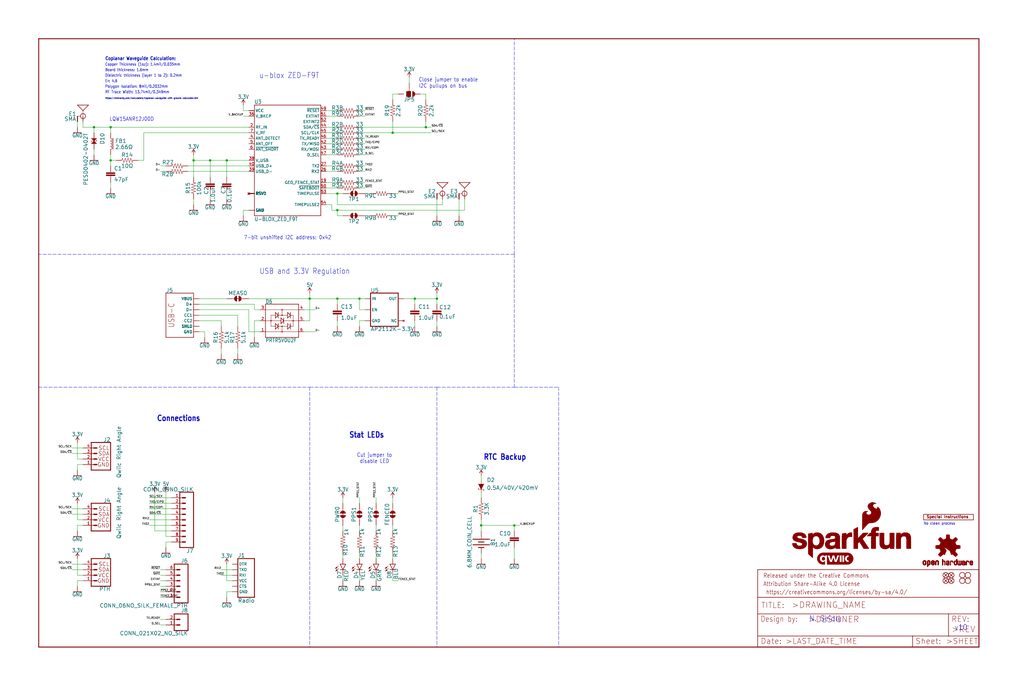
<source format=kicad_sch>
(kicad_sch (version 20211123) (generator eeschema)
  (paper "User" 470.306 317.906)
  (lib_symbols
    (symbol "eagleSchem-eagle-import:0.1UF-0402T-16V-10%"
      (property "Reference" "C" (at 1.524 2.921 0))
      (property "Value" "0.1UF-0402T-16V-10%" (at 1.524 -2.159 0))
      (symbol "0.1UF-0402T-16V-10%_1_0"
        (pin passive line (at 0 5.08 270) (length 2.54) (name "1") (number "1"))
        (pin passive line (at 0 -2.54 90) (length 2.54) (name "2") (number "2"))
      )
    )
    (symbol "eagleSchem-eagle-import:0.1UF-0402T-6.3V-10%-X7R"
      (property "Reference" "C" (at 1.524 2.921 0))
      (property "Value" "0.1UF-0402T-6.3V-10%-X7R" (at 1.524 -2.159 0))
      (symbol "0.1UF-0402T-6.3V-10%-X7R_1_0"
        (pin passive line (at 0 5.08 270) (length 2.54) (name "1") (number "1"))
        (pin passive line (at 0 -2.54 90) (length 2.54) (name "2") (number "2"))
      )
    )
    (symbol "eagleSchem-eagle-import:1.0UF-0402T-16V-10%"
      (property "Reference" "C" (at 1.524 2.921 0))
      (property "Value" "1.0UF-0402T-16V-10%" (at 1.524 -2.159 0))
      (symbol "1.0UF-0402T-16V-10%_1_0"
        (pin passive line (at 0 5.08 270) (length 2.54) (name "1") (number "1"))
        (pin passive line (at 0 -2.54 90) (length 2.54) (name "2") (number "2"))
      )
    )
    (symbol "eagleSchem-eagle-import:100KOHM-0402T-1{slash}16W-1%"
      (property "Reference" "R" (at 0 1.524 0))
      (property "Value" "100KOHM-0402T-1{slash}16W-1%" (at 0 -1.524 0))
      (symbol "100KOHM-0402T-1{slash}16W-1%_1_0"
        (pin passive line (at -5.08 0 0) (length 2.54) (name "1") (number "1"))
        (pin passive line (at 5.08 0 180) (length 2.54) (name "2") (number "2"))
      )
    )
    (symbol "eagleSchem-eagle-import:10OHM-0402-1{slash}16W-5%"
      (property "Reference" "R" (at 0 1.524 0))
      (property "Value" "10OHM-0402-1{slash}16W-5%" (at 0 -1.524 0))
      (symbol "10OHM-0402-1{slash}16W-5%_1_0"
        (pin passive line (at -5.08 0 0) (length 2.54) (name "1") (number "1"))
        (pin passive line (at 5.08 0 180) (length 2.54) (name "2") (number "2"))
      )
    )
    (symbol "eagleSchem-eagle-import:1KOHM-0402T-1{slash}16W-1%"
      (property "Reference" "R" (at 0 1.524 0))
      (property "Value" "1KOHM-0402T-1{slash}16W-1%" (at 0 -1.524 0))
      (symbol "1KOHM-0402T-1{slash}16W-1%_1_0"
        (pin passive line (at -5.08 0 0) (length 2.54) (name "1") (number "1"))
        (pin passive line (at 5.08 0 180) (length 2.54) (name "2") (number "2"))
      )
    )
    (symbol "eagleSchem-eagle-import:2.2KOHM-0402T-1{slash}16W-1%"
      (property "Reference" "R" (at 0 1.524 0))
      (property "Value" "2.2KOHM-0402T-1{slash}16W-1%" (at 0 -1.524 0))
      (symbol "2.2KOHM-0402T-1{slash}16W-1%_1_0"
        (pin passive line (at -5.08 0 0) (length 2.54) (name "1") (number "1"))
        (pin passive line (at 5.08 0 180) (length 2.54) (name "2") (number "2"))
      )
    )
    (symbol "eagleSchem-eagle-import:27OHM"
      (property "Reference" "R" (at 0 1.524 0))
      (property "Value" "27OHM" (at 0 -1.524 0))
      (symbol "27OHM_1_0"
        (pin passive line (at -5.08 0 0) (length 2.54) (name "1") (number "1"))
        (pin passive line (at 5.08 0 180) (length 2.54) (name "2") (number "2"))
      )
    )
    (symbol "eagleSchem-eagle-import:3.3KOHM-0402T-1{slash}16W-1%"
      (property "Reference" "R" (at 0 1.524 0))
      (property "Value" "3.3KOHM-0402T-1{slash}16W-1%" (at 0 -1.524 0))
      (symbol "3.3KOHM-0402T-1{slash}16W-1%_1_0"
        (pin passive line (at -5.08 0 0) (length 2.54) (name "1") (number "1"))
        (pin passive line (at 5.08 0 180) (length 2.54) (name "2") (number "2"))
      )
    )
    (symbol "eagleSchem-eagle-import:3.3V" (power)
      (property "Value" "3.3V" (at 0 2.794 0))
      (symbol "3.3V_1_0"
        (pin power_in line (at 0 0 90) (length 2.54) (name "3.3V") (number "1"))
      )
    )
    (symbol "eagleSchem-eagle-import:33OHM_RA-1206-1{slash}16W-5%"
      (property "Reference" "R" (at 0 1.524 0))
      (property "Value" "33OHM_RA-1206-1{slash}16W-5%" (at 0 -1.524 0))
      (symbol "33OHM_RA-1206-1{slash}16W-5%_1_0"
        (pin passive line (at -5.08 0 0) (length 2.54) (name "1") (number "P1"))
        (pin passive line (at 5.08 0 180) (length 2.54) (name "2") (number "P8"))
      )
      (symbol "33OHM_RA-1206-1{slash}16W-5%_2_0"
        (pin passive line (at -5.08 0 0) (length 2.54) (name "1") (number "P2"))
        (pin passive line (at 5.08 0 180) (length 2.54) (name "2") (number "P7"))
      )
      (symbol "33OHM_RA-1206-1{slash}16W-5%_3_0"
        (pin passive line (at -5.08 0 0) (length 2.54) (name "1") (number "P3"))
        (pin passive line (at 5.08 0 180) (length 2.54) (name "2") (number "P6"))
      )
      (symbol "33OHM_RA-1206-1{slash}16W-5%_4_0"
        (pin passive line (at -5.08 0 0) (length 2.54) (name "1") (number "P4"))
        (pin passive line (at 5.08 0 180) (length 2.54) (name "2") (number "P5"))
      )
    )
    (symbol "eagleSchem-eagle-import:47PF-0402_TIGHT-25V-5%-X7R"
      (property "Reference" "C" (at 1.524 2.921 0))
      (property "Value" "47PF-0402_TIGHT-25V-5%-X7R" (at 1.524 -2.159 0))
      (symbol "47PF-0402_TIGHT-25V-5%-X7R_1_0"
        (pin passive line (at 0 5.08 270) (length 2.54) (name "1") (number "1"))
        (pin passive line (at 0 -2.54 90) (length 2.54) (name "2") (number "2"))
      )
    )
    (symbol "eagleSchem-eagle-import:5.1KOHM-0402T-1{slash}16W-1%"
      (property "Reference" "R" (at 0 1.524 0))
      (property "Value" "5.1KOHM-0402T-1{slash}16W-1%" (at 0 -1.524 0))
      (symbol "5.1KOHM-0402T-1{slash}16W-1%_1_0"
        (pin passive line (at -5.08 0 0) (length 2.54) (name "1") (number "1"))
        (pin passive line (at 5.08 0 180) (length 2.54) (name "2") (number "2"))
      )
    )
    (symbol "eagleSchem-eagle-import:5V" (power)
      (property "Value" "5V" (at 0 2.794 0))
      (symbol "5V_1_0"
        (pin power_in line (at 0 0 90) (length 2.54) (name "5V") (number "1"))
      )
    )
    (symbol "eagleSchem-eagle-import:6_PIN_SERIAL_TARGET_NO_SILK"
      (property "Reference" "J" (at -7.62 10.668 0))
      (property "Value" "6_PIN_SERIAL_TARGET_NO_SILK" (at -7.62 -9.906 0))
      (symbol "6_PIN_SERIAL_TARGET_NO_SILK_1_0"
        (pin passive line (at 2.54 -5.08 180) (length 2.54) (name "DTR") (number "1"))
        (pin passive line (at 2.54 0 180) (length 2.54) (name "RXI") (number "2"))
        (pin passive line (at 2.54 -2.54 180) (length 2.54) (name "TXO") (number "3"))
        (pin passive line (at 2.54 2.54 180) (length 2.54) (name "VCC") (number "4"))
        (pin passive line (at 2.54 5.08 180) (length 2.54) (name "CTS") (number "5"))
        (pin passive line (at 2.54 7.62 180) (length 2.54) (name "GND") (number "6"))
      )
    )
    (symbol "eagleSchem-eagle-import:ANTENNA-SMA-GROUNDEDEDGE_SMA"
      (property "Reference" "E" (at 3.048 0 0))
      (property "Value" "ANTENNA-SMA-GROUNDEDEDGE_SMA" (at 3.048 -2.286 0))
      (symbol "ANTENNA-SMA-GROUNDEDEDGE_SMA_1_0"
        (pin bidirectional line (at 2.54 -2.54 90) (length 2.54) (name "GND") (number "GND@0"))
        (pin bidirectional line (at 2.54 -2.54 90) (length 2.54) (name "GND") (number "GND@1"))
        (pin bidirectional line (at 2.54 -2.54 90) (length 2.54) (name "GND") (number "GND@2"))
        (pin bidirectional line (at 2.54 -2.54 90) (length 2.54) (name "GND") (number "GND@3"))
        (pin bidirectional line (at 0 -2.54 90) (length 2.54) (name "SIGNAL") (number "SIG"))
      )
    )
    (symbol "eagleSchem-eagle-import:CONN_021X02_NO_SILK"
      (property "Reference" "J" (at -2.54 5.588 0))
      (property "Value" "CONN_021X02_NO_SILK" (at -2.54 -4.826 0))
      (symbol "CONN_021X02_NO_SILK_1_0"
        (pin passive line (at 7.62 0 180) (length 5.08) (name "1") (number "1"))
        (pin passive line (at 7.62 2.54 180) (length 5.08) (name "2") (number "2"))
      )
    )
    (symbol "eagleSchem-eagle-import:CONN_06NO_SILK_FEMALE_PTH"
      (property "Reference" "J" (at -5.08 10.668 0))
      (property "Value" "CONN_06NO_SILK_FEMALE_PTH" (at -5.08 -9.906 0))
      (symbol "CONN_06NO_SILK_FEMALE_PTH_1_0"
        (pin passive line (at 5.08 -5.08 180) (length 5.08) (name "1") (number "1"))
        (pin passive line (at 5.08 -2.54 180) (length 5.08) (name "2") (number "2"))
        (pin passive line (at 5.08 0 180) (length 5.08) (name "3") (number "3"))
        (pin passive line (at 5.08 2.54 180) (length 5.08) (name "4") (number "4"))
        (pin passive line (at 5.08 5.08 180) (length 5.08) (name "5") (number "5"))
        (pin passive line (at 5.08 7.62 180) (length 5.08) (name "6") (number "6"))
      )
    )
    (symbol "eagleSchem-eagle-import:CONN_09NO_SILK"
      (property "Reference" "J" (at 0 13.208 0))
      (property "Value" "CONN_09NO_SILK" (at 0 -14.986 0))
      (symbol "CONN_09NO_SILK_1_0"
        (pin passive line (at 10.16 -10.16 180) (length 5.08) (name "1") (number "1"))
        (pin passive line (at 10.16 -7.62 180) (length 5.08) (name "2") (number "2"))
        (pin passive line (at 10.16 -5.08 180) (length 5.08) (name "3") (number "3"))
        (pin passive line (at 10.16 -2.54 180) (length 5.08) (name "4") (number "4"))
        (pin passive line (at 10.16 0 180) (length 5.08) (name "5") (number "5"))
        (pin passive line (at 10.16 2.54 180) (length 5.08) (name "6") (number "6"))
        (pin passive line (at 10.16 5.08 180) (length 5.08) (name "7") (number "7"))
        (pin passive line (at 10.16 7.62 180) (length 5.08) (name "8") (number "8"))
        (pin passive line (at 10.16 10.16 180) (length 5.08) (name "9") (number "9"))
      )
    )
    (symbol "eagleSchem-eagle-import:DIODE-SCHOTTKY-PMEG4005EJ"
      (property "Reference" "D" (at -2.54 2.032 0))
      (property "Value" "DIODE-SCHOTTKY-PMEG4005EJ" (at -2.54 -2.032 0))
      (symbol "DIODE-SCHOTTKY-PMEG4005EJ_1_0"
        (pin passive line (at -2.54 0 0) (length 0) (name "A") (number "A"))
        (pin passive line (at 2.54 0 180) (length 0) (name "C") (number "C"))
      )
    )
    (symbol "eagleSchem-eagle-import:FERRITE_BEAD-0402-2.66Ω-1GHZ"
      (property "Reference" "FB" (at 1.27 2.54 0))
      (property "Value" "FERRITE_BEAD-0402-2.66Ω-1GHZ" (at 1.27 -2.54 0))
      (symbol "FERRITE_BEAD-0402-2.66Ω-1GHZ_1_0"
        (pin passive line (at 0 5.08 270) (length 2.54) (name "1") (number "1"))
        (pin passive line (at 0 -5.08 90) (length 2.54) (name "2") (number "2"))
      )
    )
    (symbol "eagleSchem-eagle-import:FIDUCIALUFIDUCIAL")
    (symbol "eagleSchem-eagle-import:FRAME-LEDGER"
      (symbol "FRAME-LEDGER_2_0"
        (text " https://creativecommons.org/licenses/by-sa/4.0/" (at 2.54 24.13 0) (effects (font (size 1.9304 1.6408)) (justify left bottom)))
        (text ">DESIGNER" (at 23.114 11.176 0) (effects (font (size 2.7432 2.7432)) (justify left bottom)))
        (text ">DRAWING_NAME" (at 15.494 17.78 0) (effects (font (size 2.7432 2.7432)) (justify left bottom)))
        (text ">LAST_DATE_TIME" (at 12.7 1.27 0) (effects (font (size 2.54 2.54)) (justify left bottom)))
        (text ">REV" (at 88.9 6.604 0) (effects (font (size 2.7432 2.7432)) (justify left bottom)))
        (text ">SHEET" (at 86.36 1.27 0) (effects (font (size 2.54 2.54)) (justify left bottom)))
        (text "Attribution Share-Alike 4.0 License" (at 2.54 27.94 0) (effects (font (size 1.9304 1.6408)) (justify left bottom)))
        (text "Date:" (at 1.27 1.27 0) (effects (font (size 2.54 2.54)) (justify left bottom)))
        (text "Design by:" (at 1.27 11.43 0) (effects (font (size 2.54 2.159)) (justify left bottom)))
        (text "Released under the Creative Commons" (at 2.54 31.75 0) (effects (font (size 1.9304 1.6408)) (justify left bottom)))
        (text "REV:" (at 88.9 11.43 0) (effects (font (size 2.54 2.54)) (justify left bottom)))
        (text "Sheet:" (at 72.39 1.27 0) (effects (font (size 2.54 2.54)) (justify left bottom)))
        (text "TITLE:" (at 1.524 17.78 0) (effects (font (size 2.54 2.54)) (justify left bottom)))
      )
    )
    (symbol "eagleSchem-eagle-import:GND" (power)
      (property "Value" "GND" (at 0 -0.254 0))
      (symbol "GND_1_0"
        (pin power_in line (at 0 2.54 270) (length 2.54) (name "GND") (number "1"))
      )
    )
    (symbol "eagleSchem-eagle-import:I2C_STANDARDQWIIC"
      (property "Reference" "J" (at -5.08 7.874 0))
      (property "Value" "I2C_STANDARDQWIIC" (at -5.08 -5.334 0))
      (symbol "I2C_STANDARDQWIIC_1_0"
        (text "GND" (at -4.572 -2.54 0) (effects (font (size 1.778 1.778)) (justify left)))
        (text "SCL" (at -4.572 5.08 0) (effects (font (size 1.778 1.778)) (justify left)))
        (text "SDA" (at -4.572 2.54 0) (effects (font (size 1.778 1.778)) (justify left)))
        (text "VCC" (at -4.572 0 0) (effects (font (size 1.778 1.778)) (justify left)))
        (pin power_in line (at 7.62 -2.54 180) (length 5.08) (name "1") (number "1"))
        (pin power_in line (at 7.62 0 180) (length 5.08) (name "2") (number "2"))
        (pin passive line (at 7.62 2.54 180) (length 5.08) (name "3") (number "3"))
        (pin passive line (at 7.62 5.08 180) (length 5.08) (name "4") (number "4"))
      )
    )
    (symbol "eagleSchem-eagle-import:I2C_STANDARD_NO_SILK"
      (property "Reference" "J" (at -5.08 7.874 0))
      (property "Value" "I2C_STANDARD_NO_SILK" (at -5.08 -5.334 0))
      (symbol "I2C_STANDARD_NO_SILK_1_0"
        (text "GND" (at -4.572 -2.54 0) (effects (font (size 1.778 1.778)) (justify left)))
        (text "SCL" (at -4.572 5.08 0) (effects (font (size 1.778 1.778)) (justify left)))
        (text "SDA" (at -4.572 2.54 0) (effects (font (size 1.778 1.778)) (justify left)))
        (text "VCC" (at -4.572 0 0) (effects (font (size 1.778 1.778)) (justify left)))
        (pin power_in line (at 7.62 -2.54 180) (length 5.08) (name "GND") (number "1"))
        (pin power_in line (at 7.62 0 180) (length 5.08) (name "VCC") (number "2"))
        (pin passive line (at 7.62 2.54 180) (length 5.08) (name "SDA") (number "3"))
        (pin passive line (at 7.62 5.08 180) (length 5.08) (name "SCL") (number "4"))
      )
    )
    (symbol "eagleSchem-eagle-import:JUMPER-COMBO_2_NC_TRACE"
      (property "Reference" "JP" (at 0 2.794 0))
      (property "Value" "JUMPER-COMBO_2_NC_TRACE" (at 0 -2.794 0))
      (symbol "JUMPER-COMBO_2_NC_TRACE_1_0"
        (pin passive line (at -5.08 0 0) (length 2.54) (name "1") (number "1"))
        (pin passive line (at 5.08 0 180) (length 2.54) (name "2") (number "2"))
        (pin passive line (at -5.08 0 0) (length 2.54) (name "1") (number "3"))
        (pin passive line (at 5.08 0 180) (length 2.54) (name "2") (number "4"))
      )
    )
    (symbol "eagleSchem-eagle-import:JUMPER-SMT_2_NC_TRACE_SILK"
      (property "Reference" "JP" (at 0 3.048 0))
      (property "Value" "JUMPER-SMT_2_NC_TRACE_SILK" (at 0 -3.048 0))
      (symbol "JUMPER-SMT_2_NC_TRACE_SILK_1_0"
        (pin passive line (at -5.08 0 0) (length 2.54) (name "1") (number "1"))
        (pin passive line (at 5.08 0 180) (length 2.54) (name "2") (number "2"))
      )
    )
    (symbol "eagleSchem-eagle-import:JUMPER-SMT_3_NO_SILK"
      (property "Reference" "JP" (at 6.096 1.27 0))
      (property "Value" "JUMPER-SMT_3_NO_SILK" (at 6.858 -1.524 0))
      (symbol "JUMPER-SMT_3_NO_SILK_1_0"
        (pin passive line (at 0 5.08 270) (length 2.54) (name "1") (number "1"))
        (pin passive line (at -5.08 0 0) (length 2.54) (name "2") (number "2"))
        (pin passive line (at 0 -5.08 90) (length 2.54) (name "3") (number "3"))
      )
    )
    (symbol "eagleSchem-eagle-import:LED-BLUE0603"
      (property "Reference" "D" (at -3.429 -4.572 90))
      (property "Value" "LED-BLUE0603" (at 1.905 -4.572 90))
      (symbol "LED-BLUE0603_1_0"
        (pin passive line (at 0 2.54 270) (length 2.54) (name "A") (number "A"))
        (pin passive line (at 0 -5.08 90) (length 2.54) (name "C") (number "C"))
      )
    )
    (symbol "eagleSchem-eagle-import:LED-GREEN0603"
      (property "Reference" "D" (at -3.429 -4.572 90))
      (property "Value" "LED-GREEN0603" (at 1.905 -4.572 90))
      (symbol "LED-GREEN0603_1_0"
        (pin passive line (at 0 2.54 270) (length 2.54) (name "A") (number "A"))
        (pin passive line (at 0 -5.08 90) (length 2.54) (name "C") (number "C"))
      )
    )
    (symbol "eagleSchem-eagle-import:LED-RED0603"
      (property "Reference" "D" (at -3.429 -4.572 90))
      (property "Value" "LED-RED0603" (at 1.905 -4.572 90))
      (symbol "LED-RED0603_1_0"
        (pin passive line (at 0 2.54 270) (length 2.54) (name "A") (number "A"))
        (pin passive line (at 0 -5.08 90) (length 2.54) (name "C") (number "C"))
      )
    )
    (symbol "eagleSchem-eagle-import:LED-YELLOW0603"
      (property "Reference" "D" (at -3.429 -4.572 90))
      (property "Value" "LED-YELLOW0603" (at 1.905 -4.572 90))
      (symbol "LED-YELLOW0603_1_0"
        (pin passive line (at 0 2.54 270) (length 2.54) (name "A") (number "A"))
        (pin passive line (at 0 -5.08 90) (length 2.54) (name "C") (number "C"))
      )
    )
    (symbol "eagleSchem-eagle-import:ML414H_IV01E_BATTERY"
      (property "Reference" "BT" (at 0 4.318 0))
      (property "Value" "ML414H_IV01E_BATTERY" (at 0 -4.318 0))
      (symbol "ML414H_IV01E_BATTERY_1_0"
        (pin power_in line (at -5.08 0 0) (length 2.54) (name "+") (number "+"))
        (pin power_in line (at 5.08 0 180) (length 2.54) (name "-") (number "-"))
      )
    )
    (symbol "eagleSchem-eagle-import:OSHW-LOGOMINI")
    (symbol "eagleSchem-eagle-import:PESD0402-0402T"
      (property "Reference" "D" (at -2.54 2.794 0))
      (property "Value" "PESD0402-0402T" (at -2.54 -2.794 0))
      (symbol "PESD0402-0402T_1_0"
        (pin bidirectional line (at -2.54 0 0) (length 2.54) (name "1") (number "1"))
        (pin bidirectional line (at 5.08 0 180) (length 2.54) (name "2") (number "2"))
      )
    )
    (symbol "eagleSchem-eagle-import:PRTR5V0U2F"
      (property "Reference" "D" (at -7.62 7.874 0))
      (property "Value" "PRTR5V0U2F" (at -7.62 -7.874 0))
      (symbol "PRTR5V0U2F_1_0"
        (pin bidirectional line (at -10.16 5.08 0) (length 2.54) (name "1") (number "1"))
        (pin power_in line (at -10.16 0 0) (length 2.54) (name "2") (number "2"))
        (pin bidirectional line (at -10.16 -5.08 0) (length 2.54) (name "3") (number "3"))
        (pin bidirectional line (at 10.16 -5.08 180) (length 2.54) (name "4") (number "4"))
        (pin power_in line (at 10.16 0 180) (length 2.54) (name "5") (number "5"))
        (pin bidirectional line (at 10.16 5.08 180) (length 2.54) (name "6") (number "6"))
      )
    )
    (symbol "eagleSchem-eagle-import:QWIIC_LOGO_4MM")
    (symbol "eagleSchem-eagle-import:SFE_LOGO_NAME.1_INCH")
    (symbol "eagleSchem-eagle-import:SFE_LOGO_NAME_FLAME.1_INCH")
    (symbol "eagleSchem-eagle-import:SPECIAL_INSTRUCTIONS-ORDERING"
      (symbol "SPECIAL_INSTRUCTIONS-ORDERING_1_0"
        (text "Special Instructions" (at 1.27 0.6985 0) (effects (font (size 1.27 1.27) (thickness 0.254) bold) (justify left bottom)))
      )
    )
    (symbol "eagleSchem-eagle-import:STAND-OFF")
    (symbol "eagleSchem-eagle-import:U-BLOX_ZED_F9RT"
      (property "Reference" "U" (at -15.24 25.908 0))
      (property "Value" "U-BLOX_ZED_F9RT" (at -15.24 -27.94 0))
      (symbol "U-BLOX_ZED_F9RT_1_0"
        (pin power_in line (at -17.78 -22.86 0) (length 2.54) (name "GND") (number "1"))
        (pin no_connect line (at -17.78 -15.24 0) (length 2.54) (name "RSVD") (number "10"))
        (pin no_connect line (at -17.78 -15.24 0) (length 2.54) (name "RSVD") (number "11"))
        (pin power_in line (at -17.78 -22.86 0) (length 2.54) (name "GND") (number "12"))
        (pin no_connect line (at -17.78 -15.24 0) (length 2.54) (name "RSVD") (number "13"))
        (pin power_in line (at -17.78 -22.86 0) (length 2.54) (name "GND") (number "14"))
        (pin no_connect line (at -17.78 -15.24 0) (length 2.54) (name "RSVD") (number "15"))
        (pin no_connect line (at -17.78 -15.24 0) (length 2.54) (name "RSVD") (number "16"))
        (pin no_connect line (at -17.78 -15.24 0) (length 2.54) (name "RSVD") (number "17"))
        (pin no_connect line (at -17.78 -15.24 0) (length 2.54) (name "RSVD") (number "18"))
        (pin output line (at 17.78 -10.16 180) (length 2.54) (name "GEO_FENCE_STAT") (number "19"))
        (pin input line (at -17.78 15.24 0) (length 2.54) (name "RF_IN") (number "2"))
        (pin no_connect line (at -17.78 -15.24 0) (length 2.54) (name "RSVD") (number "20"))
        (pin no_connect line (at -17.78 -15.24 0) (length 2.54) (name "RSVD") (number "21"))
        (pin no_connect line (at -17.78 -15.24 0) (length 2.54) (name "RSVD") (number "22"))
        (pin no_connect line (at -17.78 -15.24 0) (length 2.54) (name "RSVD") (number "23"))
        (pin no_connect line (at -17.78 -15.24 0) (length 2.54) (name "RSVD") (number "24"))
        (pin no_connect line (at -17.78 -15.24 0) (length 2.54) (name "RSVD") (number "25"))
        (pin input line (at 17.78 -5.08 180) (length 2.54) (name "RX2") (number "26"))
        (pin output line (at 17.78 -2.54 180) (length 2.54) (name "TX2") (number "27"))
        (pin no_connect line (at -17.78 -15.24 0) (length 2.54) (name "RSVD") (number "28"))
        (pin no_connect line (at -17.78 -15.24 0) (length 2.54) (name "RSVD") (number "29"))
        (pin power_in line (at -17.78 -22.86 0) (length 2.54) (name "GND") (number "3"))
        (pin no_connect line (at -17.78 -15.24 0) (length 2.54) (name "RSVD") (number "30"))
        (pin no_connect line (at -17.78 -15.24 0) (length 2.54) (name "RSVD") (number "31"))
        (pin power_in line (at -17.78 -22.86 0) (length 2.54) (name "GND") (number "32"))
        (pin power_in line (at -17.78 22.86 0) (length 2.54) (name "VCC") (number "33"))
        (pin power_in line (at -17.78 22.86 0) (length 2.54) (name "VCC") (number "34"))
        (pin no_connect line (at -17.78 -15.24 0) (length 2.54) (name "RSVD") (number "35"))
        (pin power_in line (at -17.78 20.32 0) (length 2.54) (name "V_BKCP") (number "36"))
        (pin power_in line (at -17.78 -22.86 0) (length 2.54) (name "GND") (number "37"))
        (pin power_in line (at -17.78 0 0) (length 2.54) (name "V_USB") (number "38"))
        (pin bidirectional line (at -17.78 -5.08 0) (length 2.54) (name "USB_D-") (number "39"))
        (pin input line (at -17.78 10.16 0) (length 2.54) (name "ANT_DETECT") (number "4"))
        (pin bidirectional line (at -17.78 -2.54 0) (length 2.54) (name "USB_D+") (number "40"))
        (pin power_in line (at -17.78 -22.86 0) (length 2.54) (name "GND") (number "41"))
        (pin bidirectional line (at 17.78 7.62 180) (length 2.54) (name "TX/MISO") (number "42"))
        (pin bidirectional line (at 17.78 5.08 180) (length 2.54) (name "RX/MOSI") (number "43"))
        (pin bidirectional line (at 17.78 15.24 180) (length 2.54) (name "SDA/~{CS}") (number "44"))
        (pin bidirectional line (at 17.78 12.7 180) (length 2.54) (name "SCL/CLK") (number "45"))
        (pin bidirectional line (at 17.78 10.16 180) (length 2.54) (name "TX_READY") (number "46"))
        (pin bidirectional line (at 17.78 2.54 180) (length 2.54) (name "D_SEL") (number "47"))
        (pin power_in line (at -17.78 -22.86 0) (length 2.54) (name "GND") (number "48"))
        (pin bidirectional line (at 17.78 22.86 180) (length 2.54) (name "~{RESET}") (number "49"))
        (pin output line (at -17.78 7.62 0) (length 2.54) (name "ANT_OFF") (number "5"))
        (pin input line (at 17.78 -12.7 180) (length 2.54) (name "~{SAFEBOOT}") (number "50"))
        (pin bidirectional line (at 17.78 20.32 180) (length 2.54) (name "EXTINT") (number "51"))
        (pin bidirectional line (at 17.78 17.78 180) (length 2.54) (name "EXTINT2") (number "52"))
        (pin output line (at 17.78 -15.24 180) (length 2.54) (name "TIMEPULSE") (number "53"))
        (pin output line (at 17.78 -20.32 180) (length 2.54) (name "TIMEPULSE2") (number "54"))
        (pin output line (at -17.78 5.08 0) (length 2.54) (name "~{ANT_SHORT}") (number "6"))
        (pin output line (at -17.78 12.7 0) (length 2.54) (name "V_RF") (number "7"))
        (pin no_connect line (at -17.78 -15.24 0) (length 2.54) (name "RSVD") (number "8"))
        (pin no_connect line (at -17.78 -15.24 0) (length 2.54) (name "RSVD") (number "9"))
        (pin power_in line (at -17.78 -22.86 0) (length 2.54) (name "GND") (number "G1"))
        (pin power_in line (at -17.78 -22.86 0) (length 2.54) (name "GND") (number "G10"))
        (pin power_in line (at -17.78 -22.86 0) (length 2.54) (name "GND") (number "G11"))
        (pin power_in line (at -17.78 -22.86 0) (length 2.54) (name "GND") (number "G12"))
        (pin power_in line (at -17.78 -22.86 0) (length 2.54) (name "GND") (number "G13"))
        (pin power_in line (at -17.78 -22.86 0) (length 2.54) (name "GND") (number "G14"))
        (pin power_in line (at -17.78 -22.86 0) (length 2.54) (name "GND") (number "G15"))
        (pin power_in line (at -17.78 -22.86 0) (length 2.54) (name "GND") (number "G16"))
        (pin power_in line (at -17.78 -22.86 0) (length 2.54) (name "GND") (number "G17"))
        (pin power_in line (at -17.78 -22.86 0) (length 2.54) (name "GND") (number "G18"))
        (pin power_in line (at -17.78 -22.86 0) (length 2.54) (name "GND") (number "G19"))
        (pin power_in line (at -17.78 -22.86 0) (length 2.54) (name "GND") (number "G2"))
        (pin power_in line (at -17.78 -22.86 0) (length 2.54) (name "GND") (number "G20"))
        (pin power_in line (at -17.78 -22.86 0) (length 2.54) (name "GND") (number "G21"))
        (pin power_in line (at -17.78 -22.86 0) (length 2.54) (name "GND") (number "G22"))
        (pin power_in line (at -17.78 -22.86 0) (length 2.54) (name "GND") (number "G23"))
        (pin power_in line (at -17.78 -22.86 0) (length 2.54) (name "GND") (number "G24"))
        (pin power_in line (at -17.78 -22.86 0) (length 2.54) (name "GND") (number "G25"))
        (pin power_in line (at -17.78 -22.86 0) (length 2.54) (name "GND") (number "G26"))
        (pin power_in line (at -17.78 -22.86 0) (length 2.54) (name "GND") (number "G27"))
        (pin power_in line (at -17.78 -22.86 0) (length 2.54) (name "GND") (number "G28"))
        (pin power_in line (at -17.78 -22.86 0) (length 2.54) (name "GND") (number "G29"))
        (pin power_in line (at -17.78 -22.86 0) (length 2.54) (name "GND") (number "G3"))
        (pin power_in line (at -17.78 -22.86 0) (length 2.54) (name "GND") (number "G30"))
        (pin power_in line (at -17.78 -22.86 0) (length 2.54) (name "GND") (number "G31"))
        (pin power_in line (at -17.78 -22.86 0) (length 2.54) (name "GND") (number "G32"))
        (pin power_in line (at -17.78 -22.86 0) (length 2.54) (name "GND") (number "G33"))
        (pin power_in line (at -17.78 -22.86 0) (length 2.54) (name "GND") (number "G34"))
        (pin power_in line (at -17.78 -22.86 0) (length 2.54) (name "GND") (number "G35"))
        (pin power_in line (at -17.78 -22.86 0) (length 2.54) (name "GND") (number "G36"))
        (pin power_in line (at -17.78 -22.86 0) (length 2.54) (name "GND") (number "G37"))
        (pin power_in line (at -17.78 -22.86 0) (length 2.54) (name "GND") (number "G38"))
        (pin power_in line (at -17.78 -22.86 0) (length 2.54) (name "GND") (number "G39"))
        (pin power_in line (at -17.78 -22.86 0) (length 2.54) (name "GND") (number "G4"))
        (pin power_in line (at -17.78 -22.86 0) (length 2.54) (name "GND") (number "G40"))
        (pin power_in line (at -17.78 -22.86 0) (length 2.54) (name "GND") (number "G41"))
        (pin power_in line (at -17.78 -22.86 0) (length 2.54) (name "GND") (number "G42"))
        (pin power_in line (at -17.78 -22.86 0) (length 2.54) (name "GND") (number "G43"))
        (pin power_in line (at -17.78 -22.86 0) (length 2.54) (name "GND") (number "G44"))
        (pin power_in line (at -17.78 -22.86 0) (length 2.54) (name "GND") (number "G45"))
        (pin power_in line (at -17.78 -22.86 0) (length 2.54) (name "GND") (number "G46"))
        (pin power_in line (at -17.78 -22.86 0) (length 2.54) (name "GND") (number "G47"))
        (pin power_in line (at -17.78 -22.86 0) (length 2.54) (name "GND") (number "G48"))
        (pin power_in line (at -17.78 -22.86 0) (length 2.54) (name "GND") (number "G5"))
        (pin power_in line (at -17.78 -22.86 0) (length 2.54) (name "GND") (number "G6"))
        (pin power_in line (at -17.78 -22.86 0) (length 2.54) (name "GND") (number "G7"))
        (pin power_in line (at -17.78 -22.86 0) (length 2.54) (name "GND") (number "G8"))
        (pin power_in line (at -17.78 -22.86 0) (length 2.54) (name "GND") (number "G9"))
      )
    )
    (symbol "eagleSchem-eagle-import:USB_C_4-LAYER_PADS"
      (property "Reference" "J" (at -2.54 10.414 0))
      (property "Value" "USB_C_4-LAYER_PADS" (at -2.54 -12.446 0))
      (symbol "USB_C_4-LAYER_PADS_1_0"
        (text "USB-C" (at 0 0 900) (effects (font (size 2.54 2.159))))
        (pin bidirectional line (at 12.7 0 180) (length 2.54) (name "CC1") (number "A5"))
        (pin bidirectional line (at 12.7 5.08 180) (length 2.54) (name "D+") (number "A6"))
        (pin bidirectional line (at 12.7 2.54 180) (length 2.54) (name "D-") (number "A7"))
        (pin bidirectional line (at 12.7 -2.54 180) (length 2.54) (name "CC2") (number "B5"))
        (pin bidirectional line (at 12.7 5.08 180) (length 2.54) (name "D+") (number "B6"))
        (pin bidirectional line (at 12.7 2.54 180) (length 2.54) (name "D-") (number "B7"))
        (pin bidirectional line (at 12.7 -7.62 180) (length 2.54) (name "GND") (number "GND"))
        (pin bidirectional line (at 12.7 -7.62 180) (length 2.54) (name "GND") (number "GND2"))
        (pin bidirectional line (at 12.7 -5.08 180) (length 2.54) (name "SHLD") (number "SHLD1"))
        (pin bidirectional line (at 12.7 -5.08 180) (length 2.54) (name "SHLD") (number "SHLD2"))
        (pin bidirectional line (at 12.7 -5.08 180) (length 2.54) (name "SHLD") (number "SHLD3"))
        (pin bidirectional line (at 12.7 -5.08 180) (length 2.54) (name "SHLD") (number "SHLD4"))
        (pin bidirectional line (at 12.7 7.62 180) (length 2.54) (name "VBUS") (number "VBUS1"))
        (pin bidirectional line (at 12.7 7.62 180) (length 2.54) (name "VBUS") (number "VBUS2"))
      )
    )
    (symbol "eagleSchem-eagle-import:V_REG_AP2112K-3.3V"
      (property "Reference" "U" (at -7.62 7.874 0))
      (property "Value" "V_REG_AP2112K-3.3V" (at -7.62 -7.874 0))
      (symbol "V_REG_AP2112K-3.3V_1_0"
        (pin input line (at -10.16 5.08 0) (length 2.54) (name "IN") (number "1"))
        (pin input line (at -10.16 -5.08 0) (length 2.54) (name "GND") (number "2"))
        (pin input line (at -10.16 0 0) (length 2.54) (name "EN") (number "3"))
        (pin no_connect line (at 7.62 -5.08 180) (length 2.54) (name "NC") (number "4"))
        (pin passive line (at 7.62 5.08 180) (length 2.54) (name "OUT") (number "5"))
      )
    )
  )
  (junction (at 200.66 137.16))
  (junction (at 50.8 73.66))
  (junction (at 190.5 137.16))
  (junction (at 154.94 96.52))
  (junction (at 88.9 73.66))
  (junction (at 180.34 60.96))
  (junction (at 142.24 137.16))
  (junction (at 50.8 58.42))
  (junction (at 154.94 137.16))
  (junction (at 43.18 58.42))
  (junction (at 220.98 241.3))
  (junction (at 154.94 88.9))
  (junction (at 165.1 137.16))
  (junction (at 236.22 241.3))
  (junction (at 104.14 73.66))
  (junction (at 195.58 58.42))
  (junction (at 96.52 73.66))
  (wire (pts (xy 190.5 149.86) (xy 190.5 147.32)))
  (wire (pts (xy 165.1 83.82) (xy 167.64 83.82)))
  (wire (pts (xy 195.58 55.88) (xy 195.58 58.42)))
  (wire (pts (xy 180.34 266.7) (xy 182.88 266.7)))
  (wire (pts (xy 190.5 137.16) (xy 200.66 137.16)))
  (wire (pts (xy 76.2 261.62) (xy 73.66 261.62)))
  (wire (pts (xy 38.1 259.08) (xy 33.02 259.08)))
  (wire (pts (xy 190.5 137.16) (xy 190.5 139.7)))
  (wire (pts (xy 111.76 48.26) (xy 111.76 50.8)))
  (polyline (pts (xy 236.22 177.8) (xy 256.54 177.8)))
  (wire (pts (xy 35.56 210.82) (xy 35.56 203.2)))
  (wire (pts (xy 165.1 142.24) (xy 165.1 137.16)))
  (wire (pts (xy 76.2 266.7) (xy 73.66 266.7)))
  (wire (pts (xy 76.2 269.24) (xy 73.66 269.24)))
  (wire (pts (xy 149.86 50.8) (xy 154.94 50.8)))
  (wire (pts (xy 142.24 147.32) (xy 142.24 137.16)))
  (wire (pts (xy 116.84 147.32) (xy 116.84 154.94)))
  (wire (pts (xy 172.72 241.3) (xy 172.72 243.84)))
  (wire (pts (xy 149.86 93.98) (xy 152.4 93.98)))
  (wire (pts (xy 38.1 205.74) (xy 33.02 205.74)))
  (wire (pts (xy 139.7 152.4) (xy 144.78 152.4)))
  (wire (pts (xy 43.18 58.42) (xy 38.1 58.42)))
  (polyline (pts (xy 236.22 116.84) (xy 17.78 116.84)))
  (wire (pts (xy 200.66 91.44) (xy 200.66 99.06)))
  (wire (pts (xy 50.8 86.36) (xy 50.8 83.82)))
  (wire (pts (xy 38.1 261.62) (xy 33.02 261.62)))
  (wire (pts (xy 114.3 73.66) (xy 104.14 73.66)))
  (polyline (pts (xy 236.22 116.84) (xy 236.22 177.8)))
  (wire (pts (xy 38.1 241.3) (xy 35.56 241.3)))
  (wire (pts (xy 76.2 76.2) (xy 73.66 76.2)))
  (wire (pts (xy 101.6 162.56) (xy 101.6 160.02)))
  (wire (pts (xy 38.1 238.76) (xy 35.56 238.76)))
  (wire (pts (xy 114.3 96.52) (xy 111.76 96.52)))
  (wire (pts (xy 104.14 73.66) (xy 96.52 73.66)))
  (wire (pts (xy 213.36 96.52) (xy 213.36 91.44)))
  (wire (pts (xy 106.68 261.62) (xy 101.6 261.62)))
  (wire (pts (xy 114.3 137.16) (xy 142.24 137.16)))
  (wire (pts (xy 38.1 213.36) (xy 35.56 213.36)))
  (wire (pts (xy 149.86 66.04) (xy 154.94 66.04)))
  (wire (pts (xy 165.1 231.14) (xy 165.1 228.6)))
  (wire (pts (xy 157.48 256.54) (xy 157.48 254)))
  (wire (pts (xy 88.9 71.12) (xy 88.9 73.66)))
  (polyline (pts (xy 142.24 177.8) (xy 200.66 177.8)))
  (wire (pts (xy 76.2 78.74) (xy 73.66 78.74)))
  (wire (pts (xy 43.18 71.12) (xy 43.18 68.58)))
  (wire (pts (xy 68.58 241.3) (xy 78.74 241.3)))
  (wire (pts (xy 165.1 71.12) (xy 167.64 71.12)))
  (wire (pts (xy 149.86 53.34) (xy 154.94 53.34)))
  (wire (pts (xy 104.14 266.7) (xy 104.14 259.08)))
  (wire (pts (xy 154.94 88.9) (xy 154.94 93.98)))
  (wire (pts (xy 180.34 55.88) (xy 180.34 60.96)))
  (wire (pts (xy 91.44 147.32) (xy 101.6 147.32)))
  (wire (pts (xy 71.12 243.84) (xy 71.12 226.06)))
  (wire (pts (xy 50.8 58.42) (xy 43.18 58.42)))
  (wire (pts (xy 220.98 218.44) (xy 220.98 220.98)))
  (wire (pts (xy 76.2 287.02) (xy 73.66 287.02)))
  (wire (pts (xy 149.86 78.74) (xy 154.94 78.74)))
  (wire (pts (xy 109.22 149.86) (xy 109.22 144.78)))
  (wire (pts (xy 195.58 58.42) (xy 198.12 58.42)))
  (wire (pts (xy 180.34 241.3) (xy 180.34 243.84)))
  (wire (pts (xy 154.94 60.96) (xy 149.86 60.96)))
  (wire (pts (xy 76.2 284.48) (xy 73.66 284.48)))
  (wire (pts (xy 236.22 241.3) (xy 238.76 241.3)))
  (wire (pts (xy 139.7 142.24) (xy 144.78 142.24)))
  (wire (pts (xy 114.3 142.24) (xy 114.3 152.4)))
  (wire (pts (xy 106.68 264.16) (xy 101.6 264.16)))
  (wire (pts (xy 195.58 43.18) (xy 193.04 43.18)))
  (wire (pts (xy 88.9 73.66) (xy 88.9 81.28)))
  (wire (pts (xy 220.98 241.3) (xy 220.98 243.84)))
  (wire (pts (xy 180.34 88.9) (xy 182.88 88.9)))
  (wire (pts (xy 91.44 152.4) (xy 93.98 152.4)))
  (wire (pts (xy 165.1 68.58) (xy 167.64 68.58)))
  (wire (pts (xy 165.1 66.04) (xy 167.64 66.04)))
  (wire (pts (xy 78.74 248.92) (xy 76.2 248.92)))
  (wire (pts (xy 104.14 137.16) (xy 91.44 137.16)))
  (wire (pts (xy 236.22 251.46) (xy 236.22 256.54)))
  (wire (pts (xy 35.56 238.76) (xy 35.56 231.14)))
  (wire (pts (xy 165.1 50.8) (xy 167.64 50.8)))
  (wire (pts (xy 165.1 76.2) (xy 167.64 76.2)))
  (wire (pts (xy 114.3 50.8) (xy 111.76 50.8)))
  (polyline (pts (xy 17.78 177.8) (xy 142.24 177.8)))
  (wire (pts (xy 139.7 147.32) (xy 142.24 147.32)))
  (wire (pts (xy 106.68 271.78) (xy 104.14 271.78)))
  (wire (pts (xy 78.74 231.14) (xy 68.58 231.14)))
  (wire (pts (xy 170.18 88.9) (xy 167.64 88.9)))
  (polyline (pts (xy 200.66 177.8) (xy 200.66 297.18)))
  (wire (pts (xy 172.72 264.16) (xy 172.72 266.7)))
  (wire (pts (xy 88.9 93.98) (xy 88.9 91.44)))
  (wire (pts (xy 35.56 264.16) (xy 35.56 256.54)))
  (wire (pts (xy 114.3 78.74) (xy 86.36 78.74)))
  (wire (pts (xy 38.1 210.82) (xy 35.56 210.82)))
  (wire (pts (xy 50.8 71.12) (xy 50.8 73.66)))
  (wire (pts (xy 142.24 137.16) (xy 142.24 134.62)))
  (wire (pts (xy 50.8 58.42) (xy 114.3 58.42)))
  (wire (pts (xy 114.3 53.34) (xy 111.76 53.34)))
  (wire (pts (xy 149.86 76.2) (xy 154.94 76.2)))
  (wire (pts (xy 116.84 139.7) (xy 116.84 142.24)))
  (wire (pts (xy 111.76 96.52) (xy 111.76 99.06)))
  (wire (pts (xy 91.44 142.24) (xy 114.3 142.24)))
  (wire (pts (xy 43.18 60.96) (xy 43.18 58.42)))
  (wire (pts (xy 76.2 246.38) (xy 76.2 226.06)))
  (wire (pts (xy 101.6 147.32) (xy 101.6 149.86)))
  (wire (pts (xy 149.86 63.5) (xy 154.94 63.5)))
  (wire (pts (xy 165.1 147.32) (xy 165.1 149.86)))
  (wire (pts (xy 119.38 147.32) (xy 116.84 147.32)))
  (wire (pts (xy 165.1 86.36) (xy 167.64 86.36)))
  (wire (pts (xy 91.44 139.7) (xy 116.84 139.7)))
  (wire (pts (xy 91.44 144.78) (xy 109.22 144.78)))
  (wire (pts (xy 167.64 142.24) (xy 165.1 142.24)))
  (wire (pts (xy 149.86 68.58) (xy 154.94 68.58)))
  (wire (pts (xy 35.56 58.42) (xy 35.56 55.88)))
  (wire (pts (xy 78.74 228.6) (xy 68.58 228.6)))
  (wire (pts (xy 210.82 91.44) (xy 210.82 99.06)))
  (wire (pts (xy 195.58 45.72) (xy 195.58 43.18)))
  (wire (pts (xy 157.48 266.7) (xy 157.48 264.16)))
  (wire (pts (xy 170.18 99.06) (xy 167.64 99.06)))
  (polyline (pts (xy 142.24 177.8) (xy 142.24 297.18)))
  (wire (pts (xy 35.56 266.7) (xy 35.56 269.24)))
  (wire (pts (xy 165.1 254) (xy 165.1 256.54)))
  (polyline (pts (xy 236.22 116.84) (xy 236.22 17.78)))
  (wire (pts (xy 38.1 266.7) (xy 35.56 266.7)))
  (wire (pts (xy 38.1 233.68) (xy 33.02 233.68)))
  (wire (pts (xy 154.94 88.9) (xy 157.48 88.9)))
  (wire (pts (xy 104.14 81.28) (xy 104.14 73.66)))
  (wire (pts (xy 157.48 231.14) (xy 157.48 228.6)))
  (polyline (pts (xy 200.66 177.8) (xy 236.22 177.8)))
  (wire (pts (xy 165.1 137.16) (xy 154.94 137.16)))
  (wire (pts (xy 96.52 81.28) (xy 96.52 73.66)))
  (polyline (pts (xy 256.54 177.8) (xy 256.54 297.18)))
  (wire (pts (xy 66.04 60.96) (xy 66.04 73.66)))
  (wire (pts (xy 180.34 254) (xy 180.34 256.54)))
  (wire (pts (xy 104.14 88.9) (xy 104.14 91.44)))
  (wire (pts (xy 220.98 226.06) (xy 220.98 228.6)))
  (wire (pts (xy 78.74 233.68) (xy 68.58 233.68)))
  (wire (pts (xy 78.74 246.38) (xy 76.2 246.38)))
  (wire (pts (xy 200.66 139.7) (xy 200.66 137.16)))
  (wire (pts (xy 78.74 236.22) (xy 68.58 236.22)))
  (wire (pts (xy 165.1 60.96) (xy 180.34 60.96)))
  (wire (pts (xy 165.1 264.16) (xy 165.1 266.7)))
  (wire (pts (xy 172.72 231.14) (xy 172.72 228.6)))
  (wire (pts (xy 154.94 96.52) (xy 213.36 96.52)))
  (wire (pts (xy 66.04 73.66) (xy 63.5 73.66)))
  (wire (pts (xy 165.1 137.16) (xy 167.64 137.16)))
  (wire (pts (xy 180.34 228.6) (xy 180.34 231.14)))
  (wire (pts (xy 172.72 254) (xy 172.72 256.54)))
  (wire (pts (xy 236.22 241.3) (xy 220.98 241.3)))
  (wire (pts (xy 76.2 264.16) (xy 73.66 264.16)))
  (wire (pts (xy 154.94 96.52) (xy 152.4 96.52)))
  (wire (pts (xy 165.1 241.3) (xy 165.1 243.84)))
  (wire (pts (xy 78.74 243.84) (xy 71.12 243.84)))
  (wire (pts (xy 104.14 271.78) (xy 104.14 274.32)))
  (wire (pts (xy 165.1 58.42) (xy 195.58 58.42)))
  (wire (pts (xy 35.56 213.36) (xy 35.56 215.9)))
  (wire (pts (xy 154.94 58.42) (xy 149.86 58.42)))
  (wire (pts (xy 187.96 35.56) (xy 187.96 38.1)))
  (wire (pts (xy 114.3 152.4) (xy 119.38 152.4)))
  (wire (pts (xy 203.2 93.98) (xy 203.2 91.44)))
  (wire (pts (xy 180.34 60.96) (xy 198.12 60.96)))
  (wire (pts (xy 154.94 99.06) (xy 154.94 96.52)))
  (wire (pts (xy 149.86 86.36) (xy 154.94 86.36)))
  (wire (pts (xy 180.34 264.16) (xy 180.34 266.7)))
  (wire (pts (xy 200.66 149.86) (xy 200.66 147.32)))
  (wire (pts (xy 180.34 99.06) (xy 182.88 99.06)))
  (wire (pts (xy 38.1 208.28) (xy 33.02 208.28)))
  (wire (pts (xy 220.98 254) (xy 220.98 256.54)))
  (wire (pts (xy 96.52 91.44) (xy 96.52 88.9)))
  (wire (pts (xy 35.56 241.3) (xy 35.56 243.84)))
  (wire (pts (xy 76.2 271.78) (xy 73.66 271.78)))
  (wire (pts (xy 220.98 238.76) (xy 220.98 241.3)))
  (wire (pts (xy 154.94 71.12) (xy 149.86 71.12)))
  (wire (pts (xy 154.94 93.98) (xy 203.2 93.98)))
  (wire (pts (xy 154.94 149.86) (xy 154.94 147.32)))
  (wire (pts (xy 180.34 43.18) (xy 182.88 43.18)))
  (wire (pts (xy 50.8 73.66) (xy 50.8 76.2)))
  (wire (pts (xy 236.22 241.3) (xy 236.22 243.84)))
  (wire (pts (xy 96.52 73.66) (xy 88.9 73.66)))
  (wire (pts (xy 152.4 93.98) (xy 152.4 96.52)))
  (wire (pts (xy 50.8 58.42) (xy 50.8 60.96)))
  (wire (pts (xy 167.64 147.32) (xy 165.1 147.32)))
  (wire (pts (xy 154.94 99.06) (xy 157.48 99.06)))
  (wire (pts (xy 200.66 134.62) (xy 200.66 137.16)))
  (wire (pts (xy 157.48 241.3) (xy 157.48 243.84)))
  (wire (pts (xy 165.1 63.5) (xy 167.64 63.5)))
  (wire (pts (xy 106.68 266.7) (xy 104.14 266.7)))
  (wire (pts (xy 154.94 137.16) (xy 142.24 137.16)))
  (wire (pts (xy 76.2 274.32) (xy 73.66 274.32)))
  (wire (pts (xy 38.1 236.22) (xy 33.02 236.22)))
  (wire (pts (xy 165.1 53.34) (xy 167.64 53.34)))
  (wire (pts (xy 114.3 76.2) (xy 86.36 76.2)))
  (wire (pts (xy 116.84 142.24) (xy 119.38 142.24)))
  (wire (pts (xy 93.98 152.4) (xy 93.98 154.94)))
  (wire (pts (xy 38.1 55.88) (xy 38.1 58.42)))
  (wire (pts (xy 149.86 88.9) (xy 154.94 88.9)))
  (wire (pts (xy 154.94 139.7) (xy 154.94 137.16)))
  (wire (pts (xy 165.1 78.74) (xy 167.64 78.74)))
  (wire (pts (xy 180.34 45.72) (xy 180.34 43.18)))
  (wire (pts (xy 38.1 264.16) (xy 35.56 264.16)))
  (wire (pts (xy 53.34 73.66) (xy 50.8 73.66)))
  (wire (pts (xy 109.22 162.56) (xy 109.22 160.02)))
  (wire (pts (xy 68.58 238.76) (xy 78.74 238.76)))
  (wire (pts (xy 149.86 83.82) (xy 154.94 83.82)))
  (wire (pts (xy 76.2 248.92) (xy 76.2 251.46)))
  (wire (pts (xy 185.42 137.16) (xy 190.5 137.16)))
  (wire (pts (xy 114.3 60.96) (xy 66.04 60.96)))
  (text "Dielectric thickness (layer 1 to 2): 0.2mm" (at 48.26 35.56 180) (effects (font (size 1.27 1.0795)) (justify left bottom)))
  (text "Er: 4.6" (at 48.26 38.1 180) (effects (font (size 1.27 1.0795)) (justify left bottom)))
  (text "Cut jumper to\ndisable LED" (at 171.958 210.566 180) (effects (font (size 1.778 1.5113))))
  (text "Copper Thickness (1oz): 1.4mil/0.035mm" (at 48.26 30.48 180) (effects (font (size 1.27 1.0795)) (justify left bottom)))
  (text "Connections" (at 82.042 192.278 180) (effects (font (size 2.54 2.159) (thickness 0.4318) bold)))
  (text "Coplanar Waveguide Calculation:" (at 48.26 27.94 180) (effects (font (size 1.524 1.2954) (thickness 0.2591) bold) (justify left bottom)))
  (text "No clean process" (at 424.18 241.3 180) (effects (font (size 1.27 1.0795)) (justify left bottom)))
  (text "USB and 3.3V Regulation" (at 139.954 124.714 180) (effects (font (size 2.54 2.159))))
  (text "Close jumper to enable\nI2C pullups on bus" (at 192.278 40.64 180) (effects (font (size 1.778 1.5113)) (justify left bottom)))
  (text "u-blox ZED-F9T" (at 132.842 34.798 180) (effects (font (size 2.54 2.159))))
  (text "RF Trace Width: 13.74mil/0.349mm" (at 48.26 43.18 180) (effects (font (size 1.27 1.0795)) (justify left bottom)))
  (text "Stat LEDs" (at 168.402 199.898 180) (effects (font (size 2.54 2.159) (thickness 0.4318) bold)))
  (text "https://chemandy.com/calculators/coplanar-waveguide-with-ground-calculator.htm" (at 48.26 45.72 0) (effects (font (size 0.762 0.6477)) (justify left bottom)))
  (text "LQW15ANR12J00D" (at 50.292 55.88 180) (effects (font (size 1.778 1.5113)) (justify left bottom)))
  (text "Board thickness: 1.6mm" (at 48.26 33.02 180) (effects (font (size 1.27 1.0795)) (justify left bottom)))
  (text "N. Seidle" (at 371.602 285.75 180) (effects (font (size 2.54 2.159)) (justify left bottom)))
  (text "7-bit unshifted I2C address: 0x42" (at 132.08 109.22 180) (effects (font (size 1.778 1.5113))))
  (text "RTC Backup" (at 231.902 210.058 180) (effects (font (size 2.54 2.159) (thickness 0.4318) bold)))
  (text "Polygon Isolation: 8mil/0.2032mm" (at 48.26 40.64 180) (effects (font (size 1.27 1.0795)) (justify left bottom)))
  (text "v10" (at 438.404 289.814 180) (effects (font (size 2.54 2.159)) (justify left bottom)))
  (label "RXI2" (at 68.58 238.76 180) (effects (font (size 0.889 0.889))))
  (label "D_SEL" (at 73.66 287.02 180) (effects (font (size 0.889 0.889))))
  (label "SDA/~{CS}" (at 68.58 236.22 0) (effects (font (size 0.889 0.889))))
  (label "SCL/SCK" (at 68.58 228.6 0) (effects (font (size 0.889 0.889))))
  (label "FENCE_STAT" (at 182.88 266.7 0) (effects (font (size 0.889 0.889))))
  (label "~{SAFE}" (at 167.64 86.36 0) (effects (font (size 0.889 0.889))))
  (label "~{RESET}" (at 73.66 261.62 180) (effects (font (size 0.889 0.889))))
  (label "~{RESET}" (at 167.64 50.8 0) (effects (font (size 0.889 0.889))))
  (label "EXTINT" (at 167.64 53.34 0) (effects (font (size 0.889 0.889))))
  (label "D-" (at 73.66 78.74 180) (effects (font (size 0.889 0.889))))
  (label "RXI/COPI" (at 68.58 233.68 0) (effects (font (size 0.889 0.889))))
  (label "PPS2_STAT" (at 182.88 99.06 0) (effects (font (size 0.889 0.889))))
  (label "PPS1_STAT" (at 73.66 269.24 180) (effects (font (size 0.889 0.889))))
  (label "SDA/~{CS}" (at 198.12 58.42 0) (effects (font (size 0.889 0.889))))
  (label "SDA/~{CS}" (at 33.02 236.22 180) (effects (font (size 0.889 0.889))))
  (label "SCL/SCK" (at 198.12 60.96 0) (effects (font (size 0.889 0.889))))
  (label "D-" (at 144.78 152.4 0) (effects (font (size 0.889 0.889))))
  (label "FENCE_STAT" (at 167.64 83.82 0) (effects (font (size 0.889 0.889))))
  (label "TXO2" (at 102.87 264.16 180) (effects (font (size 0.889 0.889))))
  (label "RXI/COPI" (at 167.64 68.58 0) (effects (font (size 0.889 0.889))))
  (label "TXO2" (at 68.58 241.3 180) (effects (font (size 0.889 0.889))))
  (label "V_BACKUP" (at 111.76 53.34 180) (effects (font (size 0.889 0.889))))
  (label "PPS2_STAT" (at 73.66 271.78 0) (effects (font (size 0.889 0.889))))
  (label "SDA/~{CS}" (at 33.02 261.62 180) (effects (font (size 0.889 0.889))))
  (label "TX_READY" (at 73.66 284.48 180) (effects (font (size 0.889 0.889))))
  (label "TX_READY" (at 167.64 63.5 0) (effects (font (size 0.889 0.889))))
  (label "TXO/CIPO" (at 68.58 231.14 0) (effects (font (size 0.889 0.889))))
  (label "SDA/~{CS}" (at 33.02 208.28 180) (effects (font (size 0.889 0.889))))
  (label "TXO2" (at 167.64 76.2 0) (effects (font (size 0.889 0.889))))
  (label "SCL/SCK" (at 33.02 259.08 180) (effects (font (size 0.889 0.889))))
  (label "D+" (at 73.66 76.2 180) (effects (font (size 0.889 0.889))))
  (label "PPS1_STAT" (at 182.88 88.9 0) (effects (font (size 0.889 0.889))))
  (label "SCL/SCK" (at 33.02 205.74 180) (effects (font (size 0.889 0.889))))
  (label "EXTINT" (at 73.66 266.7 180) (effects (font (size 0.889 0.889))))
  (label "RXI2" (at 101.6 261.62 180) (effects (font (size 0.889 0.889))))
  (label "SCL/SCK" (at 33.02 233.68 180) (effects (font (size 0.889 0.889))))
  (label "D_SEL" (at 167.64 71.12 0) (effects (font (size 0.889 0.889))))
  (label "PPS1_STAT" (at 165.1 228.6 90) (effects (font (size 0.889 0.889))))
  (label "V_BACKUP" (at 238.76 241.3 0) (effects (font (size 0.889 0.889))))
  (label "D+" (at 144.78 142.24 0) (effects (font (size 0.889 0.889))))
  (label "RXI2" (at 167.64 78.74 0) (effects (font (size 0.889 0.889))))
  (label "~{SAFE}" (at 73.66 264.16 180) (effects (font (size 0.889 0.889))))
  (label "TXO/CIPO" (at 167.64 66.04 0) (effects (font (size 0.889 0.889))))
  (label "PPS2_STAT" (at 172.72 228.6 90) (effects (font (size 0.889 0.889))))
  (label "FENCE_STAT" (at 73.66 274.32 0) (effects (font (size 0.889 0.889))))
  (symbol (lib_id "eagleSchem-eagle-import:3.3V") (at 35.56 203.2 0) (unit 1)
    (property "Reference" "#SUPPLY4" (effects hide))
    (property "Value" "3.3V" (at 35.56 200.406 0) (effects (font (size 1.778 1.5113)) (justify bottom)))
    (property "Footprint" "eagleSchem:" (effects hide))
  )
  (symbol (lib_id "eagleSchem-eagle-import:CONN_021X02_NO_SILK") (at 83.82 287.02 0) (mirror y) (unit 1)
    (property "Reference" "J8" (at 86.36 281.432 0) (effects (font (size 1.778 1.778)) (justify left bottom)))
    (property "Value" "CONN_021X02_NO_SILK" (at 86.36 291.846 0) (effects (font (size 1.778 1.778)) (justify left bottom)))
    (property "Footprint" "eagleSchem:1X02_NO_SILK" (effects hide))
  )
  (symbol (lib_id "eagleSchem-eagle-import:JUMPER-COMBO_2_NC_TRACE") (at 109.22 137.16 0) (unit 1)
    (property "Reference" "MEAS0" (at 109.22 134.62 0) (effects (font (size 1.778 1.778))))
    (property "Value" "JUMPER-COMBO_2_NC_TRACE" (effects hide))
    (property "Footprint" "eagleSchem:COMBO-JUMPER_2_NC_TRACE" (effects hide))
  )
  (symbol (lib_id "eagleSchem-eagle-import:CONN_09NO_SILK") (at 88.9 238.76 180) (unit 1)
    (property "Reference" "J7" (at 88.9 251.968 0) (effects (font (size 1.778 1.778)) (justify left bottom)))
    (property "Value" "CONN_09NO_SILK" (at 88.9 223.774 0) (effects (font (size 1.778 1.778)) (justify left bottom)))
    (property "Footprint" "eagleSchem:1X09_NO_SILK" (effects hide))
  )
  (symbol (lib_id "eagleSchem-eagle-import:5V") (at 76.2 226.06 0) (unit 1)
    (property "Reference" "#SUPPLY12" (effects hide))
    (property "Value" "5V" (at 76.2 223.266 0) (effects (font (size 1.778 1.5113)) (justify bottom)))
    (property "Footprint" "eagleSchem:" (effects hide))
  )
  (symbol (lib_id "eagleSchem-eagle-import:33OHM_RA-1206-1{slash}16W-5%") (at 175.26 99.06 0) (unit 2)
    (property "Reference" "R9" (at 170.18 101.092 0) (effects (font (size 1.778 1.778)) (justify bottom)))
    (property "Value" "33" (at 180.34 101.092 0) (effects (font (size 1.778 1.778)) (justify bottom)))
    (property "Footprint" "eagleSchem:1206_RA" (effects hide))
  )
  (symbol (lib_id "eagleSchem-eagle-import:33OHM_RA-1206-1{slash}16W-5%") (at 160.02 63.5 0) (unit 4)
    (property "Reference" "R3" (at 154.94 63.246 0) (effects (font (size 1.778 1.778)) (justify bottom)))
    (property "Value" "33" (at 165.1 63.246 0) (effects (font (size 1.778 1.778)) (justify bottom)))
    (property "Footprint" "eagleSchem:1206_RA" (effects hide))
  )
  (symbol (lib_id "eagleSchem-eagle-import:GND") (at 190.5 152.4 0) (unit 1)
    (property "Reference" "#GND15" (effects hide))
    (property "Value" "GND" (at 190.5 152.654 0) (effects (font (size 1.778 1.5113)) (justify top)))
    (property "Footprint" "eagleSchem:" (effects hide))
  )
  (symbol (lib_id "eagleSchem-eagle-import:33OHM_RA-1206-1{slash}16W-5%") (at 160.02 53.34 0) (unit 4)
    (property "Reference" "R9" (at 154.94 53.086 0) (effects (font (size 1.778 1.778)) (justify bottom)))
    (property "Value" "33" (at 165.1 53.086 0) (effects (font (size 1.778 1.778)) (justify bottom)))
    (property "Footprint" "eagleSchem:1206_RA" (effects hide))
  )
  (symbol (lib_id "eagleSchem-eagle-import:JUMPER-SMT_2_NC_TRACE_SILK") (at 180.34 236.22 90) (unit 1)
    (property "Reference" "FENCE0" (at 177.8 236.22 0) (effects (font (size 1.778 1.778))))
    (property "Value" "JUMPER-SMT_2_NC_TRACE_SILK" (effects hide))
    (property "Footprint" "eagleSchem:SMT-JUMPER_2_NC_TRACE_SILK" (effects hide))
  )
  (symbol (lib_id "eagleSchem-eagle-import:SFE_LOGO_NAME.1_INCH") (at 361.95 256.032 0) (unit 1)
    (property "Reference" "LOGO5" (effects hide))
    (property "Value" "SFE_LOGO_NAME.1_INCH" (effects hide))
    (property "Footprint" "eagleSchem:SFE_LOGO_NAME_.1" (effects hide))
  )
  (symbol (lib_id "eagleSchem-eagle-import:10OHM-0402-1{slash}16W-5%") (at 58.42 73.66 0) (unit 1)
    (property "Reference" "R14" (at 58.42 72.136 0) (effects (font (size 1.778 1.778)) (justify bottom)))
    (property "Value" "10Ω" (at 58.42 75.184 0) (effects (font (size 1.778 1.778)) (justify top)))
    (property "Footprint" "eagleSchem:0402-TIGHT" (effects hide))
  )
  (symbol (lib_id "eagleSchem-eagle-import:1.0UF-0402T-16V-10%") (at 154.94 144.78 0) (unit 1)
    (property "Reference" "C13" (at 156.464 141.859 0) (effects (font (size 1.778 1.778)) (justify left bottom)))
    (property "Value" "1.0uF" (at 156.464 146.939 0) (effects (font (size 1.778 1.778)) (justify left bottom)))
    (property "Footprint" "eagleSchem:0402-TIGHT" (effects hide))
  )
  (symbol (lib_id "eagleSchem-eagle-import:ML414H_IV01E_BATTERY") (at 220.98 248.92 270) (unit 1)
    (property "Reference" "B1" (at 225.298 248.92 0) (effects (font (size 1.778 1.778)) (justify bottom)))
    (property "Value" "6.8MM_COIN_CELL" (at 216.662 248.92 0) (effects (font (size 1.778 1.778)) (justify top)))
    (property "Footprint" "eagleSchem:ML414H_IV01E" (effects hide))
  )
  (symbol (lib_id "eagleSchem-eagle-import:1KOHM-0402T-1{slash}16W-1%") (at 157.48 248.92 90) (unit 1)
    (property "Reference" "R10" (at 159.639 252.603 0) (effects (font (size 1.778 1.778)) (justify bottom)))
    (property "Value" "1k" (at 157.988 244.348 0) (effects (font (size 1.778 1.778)) (justify top)))
    (property "Footprint" "eagleSchem:0402-TIGHT" (effects hide))
  )
  (symbol (lib_id "eagleSchem-eagle-import:GND") (at 200.66 152.4 0) (unit 1)
    (property "Reference" "#GND14" (effects hide))
    (property "Value" "GND" (at 200.66 152.654 0) (effects (font (size 1.778 1.5113)) (justify top)))
    (property "Footprint" "eagleSchem:" (effects hide))
  )
  (symbol (lib_id "eagleSchem-eagle-import:I2C_STANDARDQWIIC") (at 45.72 210.82 0) (mirror y) (unit 1)
    (property "Reference" "J2" (at 50.8 202.946 0) (effects (font (size 1.778 1.778)) (justify left bottom)))
    (property "Value" "Qwiic Right Angle" (at 53.594 195.58 90) (effects (font (size 1.778 1.778)) (justify right bottom)))
    (property "Footprint" "eagleSchem:JST04_1MM_RA" (effects hide))
  )
  (symbol (lib_id "eagleSchem-eagle-import:5V") (at 142.24 134.62 0) (unit 1)
    (property "Reference" "#SUPPLY2" (effects hide))
    (property "Value" "5V" (at 142.24 131.826 0) (effects (font (size 1.778 1.5113)) (justify bottom)))
    (property "Footprint" "eagleSchem:" (effects hide))
  )
  (symbol (lib_id "eagleSchem-eagle-import:USB_C_4-LAYER_PADS") (at 78.74 144.78 0) (unit 1)
    (property "Reference" "J5" (at 76.2 134.366 0) (effects (font (size 1.778 1.778)) (justify left bottom)))
    (property "Value" "USB Female Type C Connector" (effects hide))
    (property "Footprint" "eagleSchem:USB-C-16P_4LAYER-PADS" (effects hide))
  )
  (symbol (lib_id "eagleSchem-eagle-import:3.3V") (at 111.76 48.26 0) (mirror y) (unit 1)
    (property "Reference" "#SUPPLY1" (effects hide))
    (property "Value" "3.3V" (at 111.76 45.466 0) (effects (font (size 1.778 1.5113)) (justify bottom)))
    (property "Footprint" "eagleSchem:" (effects hide))
  )
  (symbol (lib_id "eagleSchem-eagle-import:GND") (at 111.76 101.6 0) (unit 1)
    (property "Reference" "#GND65" (effects hide))
    (property "Value" "GND" (at 111.76 101.854 0) (effects (font (size 1.778 1.5113)) (justify top)))
    (property "Footprint" "eagleSchem:" (effects hide))
  )
  (symbol (lib_id "eagleSchem-eagle-import:ANTENNA-SMA-GROUNDEDEDGE_SMA") (at 203.2 88.9 0) (mirror y) (unit 1)
    (property "Reference" "E2" (at 200.152 88.9 0) (effects (font (size 1.778 1.778)) (justify left bottom)))
    (property "Value" "SMA" (at 200.152 91.186 0) (effects (font (size 1.778 1.778)) (justify left bottom)))
    (property "Footprint" "eagleSchem:SMA-EDGE" (effects hide))
  )
  (symbol (lib_id "eagleSchem-eagle-import:PRTR5V0U2F") (at 129.54 147.32 0) (mirror x) (unit 1)
    (property "Reference" "D6" (at 121.92 139.446 0) (effects (font (size 1.778 1.5113)) (justify left top)))
    (property "Value" "PRTR5V0U2F" (at 121.92 157.226 0) (effects (font (size 1.778 1.5113)) (justify left top)))
    (property "Footprint" "eagleSchem:SOT886" (effects hide))
  )
  (symbol (lib_id "eagleSchem-eagle-import:LED-GREEN0603") (at 172.72 259.08 0) (unit 1)
    (property "Reference" "D5" (at 172.212 265.938 90) (effects (font (size 1.778 1.778)) (justify left bottom)))
    (property "Value" "GRN" (at 173.228 267.208 90) (effects (font (size 1.778 1.778)) (justify left top)))
    (property "Footprint" "eagleSchem:LED-0603" (effects hide))
  )
  (symbol (lib_id "eagleSchem-eagle-import:STAND-OFF") (at 444.5 266.7 0) (unit 1)
    (property "Reference" "H3" (effects hide))
    (property "Value" "STAND-OFF" (effects hide))
    (property "Footprint" "eagleSchem:STAND-OFF" (effects hide))
  )
  (symbol (lib_id "eagleSchem-eagle-import:JUMPER-SMT_2_NC_TRACE_SILK") (at 162.56 99.06 180) (unit 1)
    (property "Reference" "TP2" (at 162.56 101.6 0) (effects (font (size 1.778 1.778))))
    (property "Value" "JUMPER-SMT_2_NC_TRACE_SILK" (effects hide))
    (property "Footprint" "eagleSchem:SMT-JUMPER_2_NC_TRACE_SILK" (effects hide))
  )
  (symbol (lib_id "eagleSchem-eagle-import:V_REG_AP2112K-3.3V") (at 177.8 142.24 0) (unit 1)
    (property "Reference" "U5" (at 170.18 134.366 0) (effects (font (size 1.778 1.778)) (justify left bottom)))
    (property "Value" "AP2112K-3.3V" (at 170.18 150.114 0) (effects (font (size 1.778 1.778)) (justify left top)))
    (property "Footprint" "eagleSchem:SOT23-5" (effects hide))
  )
  (symbol (lib_id "eagleSchem-eagle-import:FERRITE_BEAD-0402-2.66Ω-1GHZ") (at 50.8 66.04 0) (unit 1)
    (property "Reference" "FB1" (at 52.832 65.786 0) (effects (font (size 1.778 1.778)) (justify left bottom)))
    (property "Value" "2.66Ω" (at 52.832 66.548 0) (effects (font (size 1.778 1.778)) (justify left top)))
    (property "Footprint" "eagleSchem:0402-TIGHT" (effects hide))
  )
  (symbol (lib_id "eagleSchem-eagle-import:PESD0402-0402T") (at 43.18 63.5 270) (unit 1)
    (property "Reference" "D10" (at 45.974 60.96 0) (effects (font (size 1.778 1.778)) (justify left bottom)))
    (property "Value" "PESD0402-0402T" (at 40.386 60.96 0) (effects (font (size 1.778 1.778)) (justify left top)))
    (property "Footprint" "eagleSchem:0402-TIGHT" (effects hide))
  )
  (symbol (lib_id "eagleSchem-eagle-import:GND") (at 93.98 157.48 0) (unit 1)
    (property "Reference" "#GND31" (effects hide))
    (property "Value" "GND" (at 93.98 157.734 0) (effects (font (size 1.778 1.5113)) (justify top)))
    (property "Footprint" "eagleSchem:" (effects hide))
  )
  (symbol (lib_id "eagleSchem-eagle-import:3.3V") (at 71.12 226.06 0) (unit 1)
    (property "Reference" "#SUPPLY11" (effects hide))
    (property "Value" "3.3V" (at 71.12 223.266 0) (effects (font (size 1.778 1.5113)) (justify bottom)))
    (property "Footprint" "eagleSchem:" (effects hide))
  )
  (symbol (lib_id "eagleSchem-eagle-import:6_PIN_SERIAL_TARGET_NO_SILK") (at 109.22 264.16 180) (unit 1)
    (property "Reference" "J1" (at 109.22 256.032 0) (effects (font (size 1.778 1.778)) (justify right top)))
    (property "Value" "Radio" (at 109.22 276.86 0) (effects (font (size 1.778 1.778)) (justify right top)))
    (property "Footprint" "eagleSchem:1X06_NO_SILK" (effects hide))
  )
  (symbol (lib_id "eagleSchem-eagle-import:ANTENNA-SMA-GROUNDEDEDGE_SMA") (at 38.1 53.34 0) (mirror y) (unit 1)
    (property "Reference" "E1" (at 35.052 53.34 0) (effects (font (size 1.778 1.778)) (justify left bottom)))
    (property "Value" "SMA" (at 35.052 55.626 0) (effects (font (size 1.778 1.778)) (justify left bottom)))
    (property "Footprint" "eagleSchem:SMA-EDGE" (effects hide))
  )
  (symbol (lib_id "eagleSchem-eagle-import:47PF-0402_TIGHT-25V-5%-X7R") (at 50.8 81.28 0) (unit 1)
    (property "Reference" "C1" (at 52.324 78.359 0) (effects (font (size 1.778 1.778)) (justify left bottom)))
    (property "Value" "47pF" (at 52.324 83.439 0) (effects (font (size 1.778 1.778)) (justify left bottom)))
    (property "Footprint" "eagleSchem:0402-TIGHT" (effects hide))
  )
  (symbol (lib_id "eagleSchem-eagle-import:GND") (at 43.18 73.66 0) (unit 1)
    (property "Reference" "#GND9" (effects hide))
    (property "Value" "GND" (at 43.18 73.914 0) (effects (font (size 1.778 1.5113)) (justify top)))
    (property "Footprint" "eagleSchem:" (effects hide))
  )
  (symbol (lib_id "eagleSchem-eagle-import:3.3V") (at 180.34 228.6 0) (unit 1)
    (property "Reference" "#P+2" (effects hide))
    (property "Value" "3.3V" (at 180.34 225.806 0) (effects (font (size 1.778 1.5113)) (justify bottom)))
    (property "Footprint" "eagleSchem:" (effects hide))
  )
  (symbol (lib_id "eagleSchem-eagle-import:33OHM_RA-1206-1{slash}16W-5%") (at 160.02 66.04 0) (unit 4)
    (property "Reference" "R2" (at 154.94 65.786 0) (effects (font (size 1.778 1.778)) (justify bottom)))
    (property "Value" "33" (at 165.1 65.786 0) (effects (font (size 1.778 1.778)) (justify bottom)))
    (property "Footprint" "eagleSchem:1206_RA" (effects hide))
  )
  (symbol (lib_id "eagleSchem-eagle-import:GND") (at 220.98 259.08 0) (unit 1)
    (property "Reference" "#GND5" (effects hide))
    (property "Value" "GND" (at 220.98 259.334 0) (effects (font (size 1.778 1.5113)) (justify top)))
    (property "Footprint" "eagleSchem:" (effects hide))
  )
  (symbol (lib_id "eagleSchem-eagle-import:GND") (at 50.8 88.9 0) (unit 1)
    (property "Reference" "#GND18" (effects hide))
    (property "Value" "GND" (at 50.8 89.154 0) (effects (font (size 1.778 1.5113)) (justify top)))
    (property "Footprint" "eagleSchem:" (effects hide))
  )
  (symbol (lib_id "eagleSchem-eagle-import:GND") (at 210.82 101.6 0) (unit 1)
    (property "Reference" "#GND10" (effects hide))
    (property "Value" "GND" (at 210.82 101.854 0) (effects (font (size 1.778 1.5113)) (justify top)))
    (property "Footprint" "eagleSchem:" (effects hide))
  )
  (symbol (lib_id "eagleSchem-eagle-import:GND") (at 35.56 60.96 0) (unit 1)
    (property "Reference" "#GND27" (effects hide))
    (property "Value" "GND" (at 35.56 61.214 0) (effects (font (size 1.778 1.5113)) (justify top)))
    (property "Footprint" "eagleSchem:" (effects hide))
  )
  (symbol (lib_id "eagleSchem-eagle-import:3.3V") (at 88.9 71.12 0) (unit 1)
    (property "Reference" "#SUPPLY3" (effects hide))
    (property "Value" "3.3V" (at 88.9 68.326 0) (effects (font (size 1.778 1.5113)) (justify bottom)))
    (property "Footprint" "eagleSchem:" (effects hide))
  )
  (symbol (lib_id "eagleSchem-eagle-import:33OHM_RA-1206-1{slash}16W-5%") (at 160.02 68.58 0) (unit 3)
    (property "Reference" "R2" (at 154.94 68.326 0) (effects (font (size 1.778 1.778)) (justify bottom)))
    (property "Value" "33" (at 165.1 68.326 0) (effects (font (size 1.778 1.778)) (justify bottom)))
    (property "Footprint" "eagleSchem:1206_RA" (effects hide))
  )
  (symbol (lib_id "eagleSchem-eagle-import:GND") (at 35.56 246.38 0) (unit 1)
    (property "Reference" "#GND12" (effects hide))
    (property "Value" "GND" (at 35.56 246.634 0) (effects (font (size 1.778 1.5113)) (justify top)))
    (property "Footprint" "eagleSchem:" (effects hide))
  )
  (symbol (lib_id "eagleSchem-eagle-import:3.3KOHM-0402T-1{slash}16W-1%") (at 220.98 233.68 90) (unit 1)
    (property "Reference" "R1" (at 219.456 233.68 0) (effects (font (size 1.778 1.778)) (justify bottom)))
    (property "Value" "3.3K" (at 222.504 233.68 0) (effects (font (size 1.778 1.778)) (justify top)))
    (property "Footprint" "eagleSchem:0402-TIGHT" (effects hide))
  )
  (symbol (lib_id "eagleSchem-eagle-import:GND") (at 200.66 101.6 0) (unit 1)
    (property "Reference" "#GND25" (effects hide))
    (property "Value" "GND" (at 200.66 101.854 0) (effects (font (size 1.778 1.5113)) (justify top)))
    (property "Footprint" "eagleSchem:" (effects hide))
  )
  (symbol (lib_id "eagleSchem-eagle-import:QWIIC_LOGO_4MM") (at 383.54 256.54 0) (unit 1)
    (property "Reference" "LOGO4" (effects hide))
    (property "Value" "QWIIC_LOGO_4MM" (effects hide))
    (property "Footprint" "eagleSchem:QWIIC_4MM" (effects hide))
  )
  (symbol (lib_id "eagleSchem-eagle-import:GND") (at 35.56 271.78 0) (unit 1)
    (property "Reference" "#GND11" (effects hide))
    (property "Value" "GND" (at 35.56 272.034 0) (effects (font (size 1.778 1.5113)) (justify top)))
    (property "Footprint" "eagleSchem:" (effects hide))
  )
  (symbol (lib_id "eagleSchem-eagle-import:27OHM") (at 81.28 78.74 0) (unit 1)
    (property "Reference" "R28" (at 76.962 81.026 0) (effects (font (size 1.778 1.778)) (justify bottom)))
    (property "Value" "27OHM" (effects hide))
    (property "Footprint" "eagleSchem:0402-TIGHT" (effects hide))
  )
  (symbol (lib_id "eagleSchem-eagle-import:33OHM_RA-1206-1{slash}16W-5%") (at 160.02 86.36 0) (unit 1)
    (property "Reference" "R3" (at 154.94 86.106 0) (effects (font (size 1.778 1.778)) (justify bottom)))
    (property "Value" "33" (at 165.1 86.106 0) (effects (font (size 1.778 1.778)) (justify bottom)))
    (property "Footprint" "eagleSchem:1206_RA" (effects hide))
  )
  (symbol (lib_id "eagleSchem-eagle-import:FRAME-LEDGER") (at 347.98 297.18 0) (unit 2)
    (property "Reference" "FRAME2" (effects hide))
    (property "Value" "FRAME-LEDGER" (effects hide))
    (property "Footprint" "eagleSchem:CREATIVE_COMMONS" (effects hide))
  )
  (symbol (lib_id "eagleSchem-eagle-import:1.0UF-0402T-16V-10%") (at 236.22 248.92 0) (mirror y) (unit 1)
    (property "Reference" "C10" (at 234.696 245.999 0) (effects (font (size 1.778 1.778)) (justify left bottom)))
    (property "Value" "1.0uF" (at 234.696 251.079 0) (effects (font (size 1.778 1.778)) (justify left bottom)))
    (property "Footprint" "eagleSchem:0402-TIGHT" (effects hide))
  )
  (symbol (lib_id "eagleSchem-eagle-import:3.3V") (at 35.56 256.54 0) (unit 1)
    (property "Reference" "#SUPPLY8" (effects hide))
    (property "Value" "3.3V" (at 35.56 253.746 0) (effects (font (size 1.778 1.5113)) (justify bottom)))
    (property "Footprint" "eagleSchem:" (effects hide))
  )
  (symbol (lib_id "eagleSchem-eagle-import:FIDUCIALUFIDUCIAL") (at 436.88 264.16 0) (unit 1)
    (property "Reference" "JP61" (effects hide))
    (property "Value" "FIDUCIALUFIDUCIAL" (effects hide))
    (property "Footprint" "eagleSchem:FIDUCIAL-MICRO" (effects hide))
  )
  (symbol (lib_id "eagleSchem-eagle-import:FRAME-LEDGER") (at 17.78 297.18 0) (unit 1)
    (property "Reference" "FRAME2" (effects hide))
    (property "Value" "FRAME-LEDGER" (effects hide))
    (property "Footprint" "eagleSchem:CREATIVE_COMMONS" (effects hide))
  )
  (symbol (lib_id "eagleSchem-eagle-import:GND") (at 236.22 259.08 0) (unit 1)
    (property "Reference" "#GND4" (effects hide))
    (property "Value" "GND" (at 236.22 259.334 0) (effects (font (size 1.778 1.5113)) (justify top)))
    (property "Footprint" "eagleSchem:" (effects hide))
  )
  (symbol (lib_id "eagleSchem-eagle-import:0.1UF-0402T-16V-10%") (at 104.14 83.82 180) (unit 1)
    (property "Reference" "C7" (at 103.632 89.154 90) (effects (font (size 1.778 1.778)) (justify right top)))
    (property "Value" "0.1uF" (at 106.426 93.218 90) (effects (font (size 1.778 1.778)) (justify right top)))
    (property "Footprint" "eagleSchem:0402-TIGHT" (effects hide))
  )
  (symbol (lib_id "eagleSchem-eagle-import:SFE_LOGO_NAME_FLAME.1_INCH") (at 363.22 256.54 0) (unit 1)
    (property "Reference" "LOGO2" (effects hide))
    (property "Value" "SFE_LOGO_NAME_FLAME.1_INCH" (effects hide))
    (property "Footprint" "eagleSchem:SFE_LOGO_NAME_FLAME_.1" (effects hide))
  )
  (symbol (lib_id "eagleSchem-eagle-import:GND") (at 157.48 269.24 0) (unit 1)
    (property "Reference" "#GND6" (effects hide))
    (property "Value" "GND" (at 157.48 269.494 0) (effects (font (size 1.778 1.5113)) (justify top)))
    (property "Footprint" "eagleSchem:" (effects hide))
  )
  (symbol (lib_id "eagleSchem-eagle-import:33OHM_RA-1206-1{slash}16W-5%") (at 160.02 50.8 0) (unit 2)
    (property "Reference" "R3" (at 154.94 50.546 0) (effects (font (size 1.778 1.778)) (justify bottom)))
    (property "Value" "33" (at 165.1 50.546 0) (effects (font (size 1.778 1.778)) (justify bottom)))
    (property "Footprint" "eagleSchem:1206_RA" (effects hide))
  )
  (symbol (lib_id "eagleSchem-eagle-import:JUMPER-SMT_3_NO_SILK") (at 187.96 43.18 270) (unit 1)
    (property "Reference" "JP5" (at 187.96 45.72 90) (effects (font (size 1.778 1.778))))
    (property "Value" "JUMPER-SMT_3_NO_SILK" (effects hide))
    (property "Footprint" "eagleSchem:SMT-JUMPER_3_NO_SILK" (effects hide))
  )
  (symbol (lib_id "eagleSchem-eagle-import:1KOHM-0402T-1{slash}16W-1%") (at 180.34 248.92 90) (unit 1)
    (property "Reference" "R13" (at 182.626 253.238 0) (effects (font (size 1.778 1.778)) (justify bottom)))
    (property "Value" "1k" (at 182.499 244.221 0) (effects (font (size 1.778 1.778)) (justify bottom)))
    (property "Footprint" "eagleSchem:0402-TIGHT" (effects hide))
  )
  (symbol (lib_id "eagleSchem-eagle-import:3.3V") (at 220.98 218.44 0) (unit 1)
    (property "Reference" "#SUPPLY18" (effects hide))
    (property "Value" "3.3V" (at 220.98 215.646 0) (effects (font (size 1.778 1.5113)) (justify bottom)))
    (property "Footprint" "eagleSchem:" (effects hide))
  )
  (symbol (lib_id "eagleSchem-eagle-import:5.1KOHM-0402T-1{slash}16W-1%") (at 101.6 154.94 90) (unit 1)
    (property "Reference" "R16" (at 100.076 154.94 0) (effects (font (size 1.778 1.778)) (justify bottom)))
    (property "Value" "5.1k" (at 103.124 154.94 0) (effects (font (size 1.778 1.778)) (justify top)))
    (property "Footprint" "eagleSchem:0402-TIGHT" (effects hide))
  )
  (symbol (lib_id "eagleSchem-eagle-import:JUMPER-SMT_2_NC_TRACE_SILK") (at 165.1 236.22 90) (unit 1)
    (property "Reference" "PPS1" (at 162.56 236.22 0) (effects (font (size 1.778 1.778))))
    (property "Value" "JUMPER-SMT_2_NC_TRACE_SILK" (effects hide))
    (property "Footprint" "eagleSchem:SMT-JUMPER_2_NC_TRACE_SILK" (effects hide))
  )
  (symbol (lib_id "eagleSchem-eagle-import:GND") (at 35.56 218.44 0) (unit 1)
    (property "Reference" "#GND13" (effects hide))
    (property "Value" "GND" (at 35.56 218.694 0) (effects (font (size 1.778 1.5113)) (justify top)))
    (property "Footprint" "eagleSchem:" (effects hide))
  )
  (symbol (lib_id "eagleSchem-eagle-import:ANTENNA-SMA-GROUNDEDEDGE_SMA") (at 213.36 88.9 0) (mirror y) (unit 1)
    (property "Reference" "E3" (at 210.312 88.9 0) (effects (font (size 1.778 1.778)) (justify left bottom)))
    (property "Value" "SMA" (at 210.312 91.186 0) (effects (font (size 1.778 1.778)) (justify left bottom)))
    (property "Footprint" "eagleSchem:SMA-EDGE" (effects hide))
  )
  (symbol (lib_id "eagleSchem-eagle-import:JUMPER-SMT_2_NC_TRACE_SILK") (at 172.72 236.22 90) (unit 1)
    (property "Reference" "PPS2" (at 170.18 236.22 0) (effects (font (size 1.778 1.778))))
    (property "Value" "JUMPER-SMT_2_NC_TRACE_SILK" (effects hide))
    (property "Footprint" "eagleSchem:SMT-JUMPER_2_NC_TRACE_SILK" (effects hide))
  )
  (symbol (lib_id "eagleSchem-eagle-import:33OHM_RA-1206-1{slash}16W-5%") (at 160.02 78.74 0) (unit 2)
    (property "Reference" "R4" (at 154.94 78.486 0) (effects (font (size 1.778 1.778)) (justify bottom)))
    (property "Value" "33" (at 165.1 78.486 0) (effects (font (size 1.778 1.778)) (justify bottom)))
    (property "Footprint" "eagleSchem:1206_RA" (effects hide))
  )
  (symbol (lib_id "eagleSchem-eagle-import:5.1KOHM-0402T-1{slash}16W-1%") (at 109.22 154.94 90) (unit 1)
    (property "Reference" "R17" (at 107.696 154.94 0) (effects (font (size 1.778 1.778)) (justify bottom)))
    (property "Value" "5.1k" (at 110.744 154.94 0) (effects (font (size 1.778 1.778)) (justify top)))
    (property "Footprint" "eagleSchem:0402-TIGHT" (effects hide))
  )
  (symbol (lib_id "eagleSchem-eagle-import:33OHM_RA-1206-1{slash}16W-5%") (at 175.26 88.9 0) (unit 3)
    (property "Reference" "R9" (at 170.18 90.932 0) (effects (font (size 1.778 1.778)) (justify bottom)))
    (property "Value" "33" (at 180.34 90.932 0) (effects (font (size 1.778 1.778)) (justify bottom)))
    (property "Footprint" "eagleSchem:1206_RA" (effects hide))
  )
  (symbol (lib_id "eagleSchem-eagle-import:1KOHM-0402T-1{slash}16W-1%") (at 165.1 248.92 90) (unit 1)
    (property "Reference" "R11" (at 167.386 253.238 0) (effects (font (size 1.778 1.778)) (justify bottom)))
    (property "Value" "1k" (at 167.259 244.221 0) (effects (font (size 1.778 1.778)) (justify bottom)))
    (property "Footprint" "eagleSchem:0402-TIGHT" (effects hide))
  )
  (symbol (lib_id "eagleSchem-eagle-import:FIDUCIALUFIDUCIAL") (at 434.34 266.7 270) (unit 1)
    (property "Reference" "JP71" (effects hide))
    (property "Value" "FIDUCIALUFIDUCIAL" (effects hide))
    (property "Footprint" "eagleSchem:FIDUCIAL-MICRO" (effects hide))
  )
  (symbol (lib_id "eagleSchem-eagle-import:LED-BLUE0603") (at 180.34 259.08 0) (unit 1)
    (property "Reference" "D8" (at 179.832 265.938 90) (effects (font (size 1.778 1.778)) (justify left bottom)))
    (property "Value" "BLU" (at 180.848 266.192 90) (effects (font (size 1.778 1.778)) (justify left top)))
    (property "Footprint" "eagleSchem:LED-0603" (effects hide))
  )
  (symbol (lib_id "eagleSchem-eagle-import:0.1UF-0402T-6.3V-10%-X7R") (at 200.66 142.24 180) (unit 1)
    (property "Reference" "C12" (at 201.676 142.113 0) (effects (font (size 1.778 1.778)) (justify right top)))
    (property "Value" "0.1uF" (at 201.676 146.431 0) (effects (font (size 1.778 1.778)) (justify right top)))
    (property "Footprint" "eagleSchem:0402-TIGHT" (effects hide))
  )
  (symbol (lib_id "eagleSchem-eagle-import:GND") (at 88.9 96.52 0) (unit 1)
    (property "Reference" "#GND19" (effects hide))
    (property "Value" "GND" (at 88.9 96.774 0) (effects (font (size 1.778 1.5113)) (justify top)))
    (property "Footprint" "eagleSchem:" (effects hide))
  )
  (symbol (lib_id "eagleSchem-eagle-import:JUMPER-SMT_2_NC_TRACE_SILK") (at 157.48 236.22 90) (unit 1)
    (property "Reference" "PWR0" (at 154.94 236.22 0) (effects (font (size 1.778 1.778))))
    (property "Value" "JUMPER-SMT_2_NC_TRACE_SILK" (effects hide))
    (property "Footprint" "eagleSchem:SMT-JUMPER_2_NC_TRACE_SILK" (effects hide))
  )
  (symbol (lib_id "eagleSchem-eagle-import:GND") (at 104.14 276.86 0) (unit 1)
    (property "Reference" "#GND7" (effects hide))
    (property "Value" "GND" (at 104.14 277.114 0) (effects (font (size 1.778 1.5113)) (justify top)))
    (property "Footprint" "eagleSchem:" (effects hide))
  )
  (symbol (lib_id "eagleSchem-eagle-import:STAND-OFF") (at 444.5 264.16 0) (unit 1)
    (property "Reference" "H4" (effects hide))
    (property "Value" "STAND-OFF" (effects hide))
    (property "Footprint" "eagleSchem:STAND-OFF" (effects hide))
  )
  (symbol (lib_id "eagleSchem-eagle-import:1.0UF-0402T-16V-10%") (at 96.52 86.36 0) (unit 1)
    (property "Reference" "C2" (at 95.758 89.408 90) (effects (font (size 1.778 1.778)) (justify left bottom)))
    (property "Value" "1.0uF" (at 98.806 93.218 90) (effects (font (size 1.778 1.778)) (justify left bottom)))
    (property "Footprint" "eagleSchem:0402-TIGHT" (effects hide))
  )
  (symbol (lib_id "eagleSchem-eagle-import:3.3V") (at 35.56 231.14 0) (unit 1)
    (property "Reference" "#SUPPLY9" (effects hide))
    (property "Value" "3.3V" (at 35.56 228.346 0) (effects (font (size 1.778 1.5113)) (justify bottom)))
    (property "Footprint" "eagleSchem:" (effects hide))
  )
  (symbol (lib_id "eagleSchem-eagle-import:GND") (at 109.22 165.1 0) (unit 1)
    (property "Reference" "#GND29" (effects hide))
    (property "Value" "GND" (at 109.22 165.354 0) (effects (font (size 1.778 1.5113)) (justify top)))
    (property "Footprint" "eagleSchem:" (effects hide))
  )
  (symbol (lib_id "eagleSchem-eagle-import:GND") (at 104.14 93.98 0) (unit 1)
    (property "Reference" "#GND3" (effects hide))
    (property "Value" "GND" (at 104.14 94.234 0) (effects (font (size 1.778 1.5113)) (justify top)))
    (property "Footprint" "eagleSchem:" (effects hide))
  )
  (symbol (lib_id "eagleSchem-eagle-import:GND") (at 96.52 93.98 0) (unit 1)
    (property "Reference" "#GND24" (effects hide))
    (property "Value" "GND" (at 96.52 94.234 0) (effects (font (size 1.778 1.5113)) (justify top)))
    (property "Footprint" "eagleSchem:" (effects hide))
  )
  (symbol (lib_id "eagleSchem-eagle-import:3.3V") (at 187.96 35.56 0) (unit 1)
    (property "Reference" "#SUPPLY22" (effects hide))
    (property "Value" "3.3V" (at 187.96 32.766 0) (effects (font (size 1.778 1.5113)) (justify bottom)))
    (property "Footprint" "eagleSchem:" (effects hide))
  )
  (symbol (lib_id "eagleSchem-eagle-import:2.2KOHM-0402T-1{slash}16W-1%") (at 180.34 50.8 90) (unit 1)
    (property "Reference" "R19" (at 178.816 50.8 0) (effects (font (size 1.778 1.778)) (justify bottom)))
    (property "Value" "2.2k" (at 181.864 50.8 0) (effects (font (size 1.778 1.778)) (justify top)))
    (property "Footprint" "eagleSchem:0402-TIGHT" (effects hide))
  )
  (symbol (lib_id "eagleSchem-eagle-import:SPECIAL_INSTRUCTIONS-ORDERING") (at 424.18 238.76 0) (unit 1)
    (property "Reference" "U$2" (effects hide))
    (property "Value" "SPECIAL_INSTRUCTIONS-ORDERING" (effects hide))
    (property "Footprint" "eagleSchem:ORDERING_INSTRUCTIONS" (effects hide))
  )
  (symbol (lib_id "eagleSchem-eagle-import:GND") (at 154.94 152.4 0) (unit 1)
    (property "Reference" "#GND17" (effects hide))
    (property "Value" "GND" (at 154.94 152.654 0) (effects (font (size 1.778 1.5113)) (justify top)))
    (property "Footprint" "eagleSchem:" (effects hide))
  )
  (symbol (lib_id "eagleSchem-eagle-import:U-BLOX_ZED_F9RT") (at 132.08 73.66 0) (unit 1)
    (property "Reference" "U3" (at 116.84 47.752 0) (effects (font (size 1.778 1.5113)) (justify left bottom)))
    (property "Value" "U-BLOX_ZED_F9T" (at 116.84 101.6 0) (effects (font (size 1.778 1.5113)) (justify left bottom)))
    (property "Footprint" "eagleSchem:ZED-F9X" (effects hide))
  )
  (symbol (lib_id "eagleSchem-eagle-import:GND") (at 172.72 269.24 0) (unit 1)
    (property "Reference" "#GND1" (effects hide))
    (property "Value" "GND" (at 172.72 269.494 0) (effects (font (size 1.778 1.5113)) (justify top)))
    (property "Footprint" "eagleSchem:" (effects hide))
  )
  (symbol (lib_id "eagleSchem-eagle-import:FIDUCIALUFIDUCIAL") (at 434.34 264.16 270) (unit 1)
    (property "Reference" "JP21" (effects hide))
    (property "Value" "FIDUCIALUFIDUCIAL" (effects hide))
    (property "Footprint" "eagleSchem:FIDUCIAL-MICRO" (effects hide))
  )
  (symbol (lib_id "eagleSchem-eagle-import:I2C_STANDARD_NO_SILK") (at 45.72 264.16 0) (mirror y) (unit 1)
    (property "Reference" "J3" (at 50.8 256.286 0) (effects (font (size 1.778 1.778)) (justify left bottom)))
    (property "Value" "PTH" (at 50.8 269.494 0) (effects (font (size 1.778 1.778)) (justify left top)))
    (property "Footprint" "eagleSchem:1X04_NO_SILK" (effects hide))
  )
  (symbol (lib_id "eagleSchem-eagle-import:33OHM_RA-1206-1{slash}16W-5%") (at 160.02 83.82 0) (unit 1)
    (property "Reference" "R9" (at 154.94 83.566 0) (effects (font (size 1.778 1.778)) (justify bottom)))
    (property "Value" "33" (at 165.1 83.566 0) (effects (font (size 1.778 1.778)) (justify bottom)))
    (property "Footprint" "eagleSchem:1206_RA" (effects hide))
  )
  (symbol (lib_id "eagleSchem-eagle-import:2.2KOHM-0402T-1{slash}16W-1%") (at 195.58 50.8 90) (unit 1)
    (property "Reference" "R20" (at 194.056 50.8 0) (effects (font (size 1.778 1.778)) (justify bottom)))
    (property "Value" "2.2k" (at 197.104 50.8 0) (effects (font (size 1.778 1.778)) (justify top)))
    (property "Footprint" "eagleSchem:0402-TIGHT" (effects hide))
  )
  (symbol (lib_id "eagleSchem-eagle-import:GND") (at 116.84 157.48 0) (unit 1)
    (property "Reference" "#GND30" (effects hide))
    (property "Value" "GND" (at 116.84 157.734 0) (effects (font (size 1.778 1.5113)) (justify top)))
    (property "Footprint" "eagleSchem:" (effects hide))
  )
  (symbol (lib_id "eagleSchem-eagle-import:I2C_STANDARDQWIIC") (at 45.72 238.76 0) (mirror y) (unit 1)
    (property "Reference" "J4" (at 50.8 230.886 0) (effects (font (size 1.778 1.778)) (justify left bottom)))
    (property "Value" "Qwiic Right Angle" (at 53.594 223.52 90) (effects (font (size 1.778 1.778)) (justify right bottom)))
    (property "Footprint" "eagleSchem:JST04_1MM_RA" (effects hide))
  )
  (symbol (lib_id "eagleSchem-eagle-import:CONN_06NO_SILK_FEMALE_PTH") (at 81.28 269.24 0) (mirror y) (unit 1)
    (property "Reference" "J6" (at 86.36 258.572 0) (effects (font (size 1.778 1.778)) (justify left bottom)))
    (property "Value" "CONN_06NO_SILK_FEMALE_PTH" (at 86.36 279.146 0) (effects (font (size 1.778 1.778)) (justify left bottom)))
    (property "Footprint" "eagleSchem:1X06_NO_SILK" (effects hide))
  )
  (symbol (lib_id "eagleSchem-eagle-import:LED-RED0603") (at 157.48 259.08 0) (unit 1)
    (property "Reference" "D7" (at 156.972 265.938 90) (effects (font (size 1.778 1.778)) (justify left bottom)))
    (property "Value" "RED" (at 157.988 267.208 90) (effects (font (size 1.778 1.778)) (justify left top)))
    (property "Footprint" "eagleSchem:LED-0603" (effects hide))
  )
  (symbol (lib_id "eagleSchem-eagle-import:33OHM_RA-1206-1{slash}16W-5%") (at 160.02 58.42 0) (unit 2)
    (property "Reference" "R2" (at 154.94 58.166 0) (effects (font (size 1.778 1.778)) (justify bottom)))
    (property "Value" "33" (at 165.1 58.166 0) (effects (font (size 1.778 1.778)) (justify bottom)))
    (property "Footprint" "eagleSchem:1206_RA" (effects hide))
  )
  (symbol (lib_id "eagleSchem-eagle-import:33OHM_RA-1206-1{slash}16W-5%") (at 160.02 76.2 0) (unit 1)
    (property "Reference" "R4" (at 154.94 75.946 0) (effects (font (size 1.778 1.778)) (justify bottom)))
    (property "Value" "33" (at 165.1 75.946 0) (effects (font (size 1.778 1.778)) (justify bottom)))
    (property "Footprint" "eagleSchem:1206_RA" (effects hide))
  )
  (symbol (lib_id "eagleSchem-eagle-import:3.3V") (at 200.66 134.62 0) (unit 1)
    (property "Reference" "#SUPPLY19" (effects hide))
    (property "Value" "3.3V" (at 200.66 131.826 0) (effects (font (size 1.778 1.5113)) (justify bottom)))
    (property "Footprint" "eagleSchem:" (effects hide))
  )
  (symbol (lib_id "eagleSchem-eagle-import:27OHM") (at 81.28 76.2 0) (unit 1)
    (property "Reference" "R27" (at 77.089 75.565 0) (effects (font (size 1.778 1.778)) (justify bottom)))
    (property "Value" "27OHM" (effects hide))
    (property "Footprint" "eagleSchem:0402-TIGHT" (effects hide))
  )
  (symbol (lib_id "eagleSchem-eagle-import:GND") (at 165.1 152.4 0) (unit 1)
    (property "Reference" "#GND16" (effects hide))
    (property "Value" "GND" (at 165.1 152.654 0) (effects (font (size 1.778 1.5113)) (justify top)))
    (property "Footprint" "eagleSchem:" (effects hide))
  )
  (symbol (lib_id "eagleSchem-eagle-import:OSHW-LOGOMINI") (at 435.356 251.206 0) (unit 1)
    (property "Reference" "LOGO1" (effects hide))
    (property "Value" "OSHW-LOGOMINI" (effects hide))
    (property "Footprint" "eagleSchem:OSHW-LOGO-MINI" (effects hide))
  )
  (symbol (lib_id "eagleSchem-eagle-import:33OHM_RA-1206-1{slash}16W-5%") (at 160.02 60.96 0) (unit 1)
    (property "Reference" "R2" (at 154.94 60.706 0) (effects (font (size 1.778 1.778)) (justify bottom)))
    (property "Value" "33" (at 165.1 60.706 0) (effects (font (size 1.778 1.778)) (justify bottom)))
    (property "Footprint" "eagleSchem:1206_RA" (effects hide))
  )
  (symbol (lib_id "eagleSchem-eagle-import:1KOHM-0402T-1{slash}16W-1%") (at 172.72 248.92 90) (unit 1)
    (property "Reference" "R12" (at 175.006 253.238 0) (effects (font (size 1.778 1.778)) (justify bottom)))
    (property "Value" "1k" (at 174.879 244.221 0) (effects (font (size 1.778 1.778)) (justify bottom)))
    (property "Footprint" "eagleSchem:0402-TIGHT" (effects hide))
  )
  (symbol (lib_id "eagleSchem-eagle-import:DIODE-SCHOTTKY-PMEG4005EJ") (at 220.98 223.52 270) (unit 1)
    (property "Reference" "D2" (at 223.52 221.488 90) (effects (font (size 1.778 1.778)) (justify left bottom)))
    (property "Value" "0.5A/40V/420mV" (at 223.52 223.012 90) (effects (font (size 1.778 1.778)) (justify left top)))
    (property "Footprint" "eagleSchem:SOD-323" (effects hide))
  )
  (symbol (lib_id "eagleSchem-eagle-import:1.0UF-0402T-16V-10%") (at 190.5 144.78 0) (unit 1)
    (property "Reference" "C11" (at 192.024 141.859 0) (effects (font (size 1.778 1.778)) (justify left bottom)))
    (property "Value" "1.0uF" (at 192.024 146.939 0) (effects (font (size 1.778 1.778)) (justify left bottom)))
    (property "Footprint" "eagleSchem:0402-TIGHT" (effects hide))
  )
  (symbol (lib_id "eagleSchem-eagle-import:STAND-OFF") (at 441.96 266.7 0) (unit 1)
    (property "Reference" "H2" (effects hide))
    (property "Value" "STAND-OFF" (effects hide))
    (property "Footprint" "eagleSchem:STAND-OFF" (effects hide))
  )
  (symbol (lib_id "eagleSchem-eagle-import:3.3V") (at 157.48 228.6 0) (unit 1)
    (property "Reference" "#P+1" (effects hide))
    (property "Value" "3.3V" (at 157.48 225.806 0) (effects (font (size 1.778 1.5113)) (justify bottom)))
    (property "Footprint" "eagleSchem:" (effects hide))
  )
  (symbol (lib_id "eagleSchem-eagle-import:GND") (at 76.2 254 0) (unit 1)
    (property "Reference" "#GND8" (effects hide))
    (property "Value" "GND" (at 76.2 254.254 0) (effects (font (size 1.778 1.5113)) (justify top)))
    (property "Footprint" "eagleSchem:" (effects hide))
  )
  (symbol (lib_id "eagleSchem-eagle-import:100KOHM-0402T-1{slash}16W-1%") (at 88.9 86.36 90) (unit 1)
    (property "Reference" "R15" (at 87.376 86.36 0) (effects (font (size 1.778 1.778)) (justify bottom)))
    (property "Value" "100k" (at 90.424 86.36 0) (effects (font (size 1.778 1.778)) (justify top)))
    (property "Footprint" "eagleSchem:0402-TIGHT" (effects hide))
  )
  (symbol (lib_id "eagleSchem-eagle-import:GND") (at 101.6 165.1 0) (unit 1)
    (property "Reference" "#GND28" (effects hide))
    (property "Value" "GND" (at 101.6 165.354 0) (effects (font (size 1.778 1.5113)) (justify top)))
    (property "Footprint" "eagleSchem:" (effects hide))
  )
  (symbol (lib_id "eagleSchem-eagle-import:LED-YELLOW0603") (at 165.1 259.08 0) (unit 1)
    (property "Reference" "D4" (at 164.592 265.938 90) (effects (font (size 1.778 1.778)) (justify left bottom)))
    (property "Value" "YEL" (at 165.608 266.7 90) (effects (font (size 1.778 1.778)) (justify left top)))
    (property "Footprint" "eagleSchem:LED-0603" (effects hide))
  )
  (symbol (lib_id "eagleSchem-eagle-import:JUMPER-SMT_2_NC_TRACE_SILK") (at 162.56 88.9 180) (unit 1)
    (property "Reference" "TP1" (at 162.56 91.44 0) (effects (font (size 1.778 1.778))))
    (property "Value" "JUMPER-SMT_2_NC_TRACE_SILK" (effects hide))
    (property "Footprint" "eagleSchem:SMT-JUMPER_2_NC_TRACE_SILK" (effects hide))
  )
  (symbol (lib_id "eagleSchem-eagle-import:3.3V") (at 104.14 259.08 0) (unit 1)
    (property "Reference" "#SUPPLY14" (effects hide))
    (property "Value" "3.3V" (at 104.14 256.286 0) (effects (font (size 1.778 1.5113)) (justify bottom)))
    (property "Footprint" "eagleSchem:" (effects hide))
  )
  (symbol (lib_id "eagleSchem-eagle-import:33OHM_RA-1206-1{slash}16W-5%") (at 160.02 71.12 0) (unit 3)
    (property "Reference" "R3" (at 154.94 70.866 0) (effects (font (size 1.778 1.778)) (justify bottom)))
    (property "Value" "33" (at 165.1 70.866 0) (effects (font (size 1.778 1.778)) (justify bottom)))
    (property "Footprint" "eagleSchem:1206_RA" (effects hide))
  )
  (symbol (lib_id "eagleSchem-eagle-import:FIDUCIALUFIDUCIAL") (at 436.88 266.7 270) (unit 1)
    (property "Reference" "JP81" (effects hide))
    (property "Value" "FIDUCIALUFIDUCIAL" (effects hide))
    (property "Footprint" "eagleSchem:FIDUCIAL-MICRO" (effects hide))
  )
  (symbol (lib_id "eagleSchem-eagle-import:GND") (at 165.1 269.24 0) (unit 1)
    (property "Reference" "#GND2" (effects hide))
    (property "Value" "GND" (at 165.1 269.494 0) (effects (font (size 1.778 1.5113)) (justify top)))
    (property "Footprint" "eagleSchem:" (effects hide))
  )
  (symbol (lib_id "eagleSchem-eagle-import:STAND-OFF") (at 441.96 264.16 0) (unit 1)
    (property "Reference" "H1" (effects hide))
    (property "Value" "STAND-OFF" (effects hide))
    (property "Footprint" "eagleSchem:STAND-OFF" (effects hide))
  )
)
</source>
